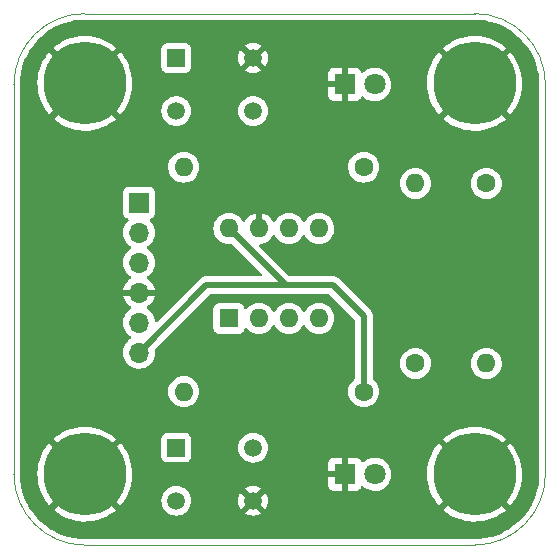
<source format=gbr>
%TF.GenerationSoftware,KiCad,Pcbnew,(6.0.6)*%
%TF.CreationDate,2023-02-06T16:26:42-08:00*%
%TF.ProjectId,PIC10F200 PCB,50494331-3046-4323-9030-205043422e6b,rev?*%
%TF.SameCoordinates,Original*%
%TF.FileFunction,Copper,L2,Bot*%
%TF.FilePolarity,Positive*%
%FSLAX46Y46*%
G04 Gerber Fmt 4.6, Leading zero omitted, Abs format (unit mm)*
G04 Created by KiCad (PCBNEW (6.0.6)) date 2023-02-06 16:26:42*
%MOMM*%
%LPD*%
G01*
G04 APERTURE LIST*
%TA.AperFunction,Profile*%
%ADD10C,0.100000*%
%TD*%
%TA.AperFunction,ComponentPad*%
%ADD11R,1.498000X1.498000*%
%TD*%
%TA.AperFunction,ComponentPad*%
%ADD12C,1.498000*%
%TD*%
%TA.AperFunction,ComponentPad*%
%ADD13C,0.800000*%
%TD*%
%TA.AperFunction,ComponentPad*%
%ADD14C,7.000000*%
%TD*%
%TA.AperFunction,ComponentPad*%
%ADD15R,1.600000X1.600000*%
%TD*%
%TA.AperFunction,ComponentPad*%
%ADD16O,1.600000X1.600000*%
%TD*%
%TA.AperFunction,ComponentPad*%
%ADD17C,1.600000*%
%TD*%
%TA.AperFunction,ComponentPad*%
%ADD18R,1.800000X1.800000*%
%TD*%
%TA.AperFunction,ComponentPad*%
%ADD19C,1.800000*%
%TD*%
%TA.AperFunction,ComponentPad*%
%ADD20R,1.700000X1.700000*%
%TD*%
%TA.AperFunction,ComponentPad*%
%ADD21O,1.700000X1.700000*%
%TD*%
%TA.AperFunction,Conductor*%
%ADD22C,0.500000*%
%TD*%
G04 APERTURE END LIST*
D10*
X111000000Y-111000000D02*
G75*
G03*
X117000000Y-117000000I6000000J0D01*
G01*
X156000000Y-78000000D02*
G75*
G03*
X150000000Y-72000000I-6000000J0D01*
G01*
X150000000Y-117000000D02*
X117000000Y-117000000D01*
X150000000Y-117000000D02*
G75*
G03*
X156000000Y-111000000I0J6000000D01*
G01*
X117000000Y-72000000D02*
G75*
G03*
X111000000Y-78000000I0J-6000000D01*
G01*
X117000000Y-72000000D02*
X150000000Y-72000000D01*
X111000000Y-111000000D02*
X111000000Y-78000000D01*
X156000000Y-78000000D02*
X156000000Y-111000000D01*
D11*
%TO.P,SW1,1,A*%
%TO.N,Net-(R3-Pad2)*%
X124750000Y-75750000D03*
D12*
%TO.P,SW1,2,B*%
%TO.N,VSS*%
X131250000Y-75750000D03*
%TO.P,SW1,3*%
%TO.N,N/C*%
X124750000Y-80250000D03*
%TO.P,SW1,4*%
X131250000Y-80250000D03*
%TD*%
D13*
%TO.P,H3,1,1*%
%TO.N,VSS*%
X118856155Y-112856155D03*
D14*
X117000000Y-111000000D03*
D13*
X118856155Y-109143845D03*
X114375000Y-111000000D03*
X115143845Y-112856155D03*
X119625000Y-111000000D03*
X115143845Y-109143845D03*
X117000000Y-108375000D03*
X117000000Y-113625000D03*
%TD*%
D11*
%TO.P,SW2,1*%
%TO.N,N/C*%
X124750000Y-108750000D03*
D12*
%TO.P,SW2,2*%
X131250000Y-108750000D03*
%TO.P,SW2,3,A*%
%TO.N,Net-(R4-Pad2)*%
X124750000Y-113250000D03*
%TO.P,SW2,4,B*%
%TO.N,VSS*%
X131250000Y-113250000D03*
%TD*%
D15*
%TO.P,U1,1*%
%TO.N,N/C*%
X129200000Y-97800000D03*
D16*
%TO.P,U1,2,VDD*%
%TO.N,VDD*%
X131740000Y-97800000D03*
%TO.P,U1,3,GP2*%
%TO.N,GP2*%
X134280000Y-97800000D03*
%TO.P,U1,4,GP1*%
%TO.N,GP1*%
X136820000Y-97800000D03*
%TO.P,U1,5,GP0*%
%TO.N,GP0*%
X136820000Y-90180000D03*
%TO.P,U1,6*%
%TO.N,N/C*%
X134280000Y-90180000D03*
%TO.P,U1,7,VSS*%
%TO.N,VSS*%
X131740000Y-90180000D03*
%TO.P,U1,8,GP3*%
%TO.N,GP3*%
X129200000Y-90180000D03*
%TD*%
D17*
%TO.P,R1,1*%
%TO.N,GP1*%
X145000000Y-101620000D03*
D16*
%TO.P,R1,2*%
%TO.N,Net-(D1-Pad2)*%
X145000000Y-86380000D03*
%TD*%
D17*
%TO.P,R4,1*%
%TO.N,GP3*%
X140620000Y-104000000D03*
D16*
%TO.P,R4,2*%
%TO.N,Net-(R4-Pad2)*%
X125380000Y-104000000D03*
%TD*%
D13*
%TO.P,H1,1,1*%
%TO.N,VSS*%
X117000000Y-80525000D03*
D14*
X117000000Y-77900000D03*
D13*
X114375000Y-77900000D03*
X118856155Y-76043845D03*
X119625000Y-77900000D03*
X115143845Y-76043845D03*
X118856155Y-79756155D03*
X115143845Y-79756155D03*
X117000000Y-75275000D03*
%TD*%
D17*
%TO.P,R3,1*%
%TO.N,GP0*%
X140620000Y-85000000D03*
D16*
%TO.P,R3,2*%
%TO.N,Net-(R3-Pad2)*%
X125380000Y-85000000D03*
%TD*%
D18*
%TO.P,D1,1,K*%
%TO.N,VSS*%
X139000000Y-78000000D03*
D19*
%TO.P,D1,2,A*%
%TO.N,Net-(D1-Pad2)*%
X141540000Y-78000000D03*
%TD*%
D20*
%TO.P,J1,1,Pin_1*%
%TO.N,unconnected-(J1-Pad1)*%
X121600000Y-88000000D03*
D21*
%TO.P,J1,2,Pin_2*%
%TO.N,GP1*%
X121600000Y-90540000D03*
%TO.P,J1,3,Pin_3*%
%TO.N,GP0*%
X121600000Y-93080000D03*
%TO.P,J1,4,Pin_4*%
%TO.N,VSS*%
X121600000Y-95620000D03*
%TO.P,J1,5,Pin_5*%
%TO.N,VDD*%
X121600000Y-98160000D03*
%TO.P,J1,6,Pin_6*%
%TO.N,GP3*%
X121600000Y-100700000D03*
%TD*%
D13*
%TO.P,H4,1,1*%
%TO.N,VSS*%
X148143845Y-109143845D03*
X152625000Y-111000000D03*
X150000000Y-113625000D03*
X151856155Y-109143845D03*
X148143845Y-112856155D03*
X147375000Y-111000000D03*
X151856155Y-112856155D03*
D14*
X150000000Y-111000000D03*
D13*
X150000000Y-108375000D03*
%TD*%
%TO.P,H2,1,1*%
%TO.N,VSS*%
X151856155Y-79756155D03*
X150000000Y-80525000D03*
X147375000Y-77900000D03*
X148143845Y-79756155D03*
X152625000Y-77900000D03*
X148143845Y-76043845D03*
D14*
X150000000Y-77900000D03*
D13*
X150000000Y-75275000D03*
X151856155Y-76043845D03*
%TD*%
D18*
%TO.P,D2,1,K*%
%TO.N,VSS*%
X139000000Y-111000000D03*
D19*
%TO.P,D2,2,A*%
%TO.N,Net-(D2-Pad2)*%
X141540000Y-111000000D03*
%TD*%
D17*
%TO.P,R2,1*%
%TO.N,GP2*%
X151000000Y-86380000D03*
D16*
%TO.P,R2,2*%
%TO.N,Net-(D2-Pad2)*%
X151000000Y-101620000D03*
%TD*%
D22*
%TO.N,GP3*%
X138000000Y-95000000D02*
X134000000Y-95000000D01*
X121600000Y-100700000D02*
X121600000Y-100400000D01*
X140620000Y-97620000D02*
X138000000Y-95000000D01*
X140620000Y-104000000D02*
X140620000Y-97620000D01*
X127300000Y-95000000D02*
X131000000Y-95000000D01*
X121600000Y-100700000D02*
X127300000Y-95000000D01*
X129200000Y-90180000D02*
X134000000Y-94980000D01*
X134000000Y-95000000D02*
X131000000Y-95000000D01*
X134000000Y-94980000D02*
X134000000Y-95000000D01*
%TD*%
%TA.AperFunction,Conductor*%
%TO.N,VSS*%
G36*
X149970018Y-72510000D02*
G01*
X149984851Y-72512310D01*
X149984855Y-72512310D01*
X149993724Y-72513691D01*
X150014664Y-72510953D01*
X150036202Y-72509997D01*
X150224026Y-72517766D01*
X150448278Y-72527041D01*
X150458656Y-72527901D01*
X150734674Y-72562307D01*
X150898702Y-72582753D01*
X150908967Y-72584465D01*
X151072054Y-72618661D01*
X151342976Y-72675467D01*
X151353072Y-72678023D01*
X151778101Y-72804561D01*
X151787938Y-72807938D01*
X152201081Y-72969147D01*
X152210581Y-72973314D01*
X152608983Y-73168081D01*
X152618141Y-73173037D01*
X152999085Y-73400030D01*
X153007804Y-73405726D01*
X153368705Y-73663405D01*
X153376923Y-73669801D01*
X153715326Y-73956413D01*
X153722987Y-73963467D01*
X154036533Y-74277013D01*
X154043587Y-74284674D01*
X154330199Y-74623077D01*
X154336595Y-74631295D01*
X154594274Y-74992196D01*
X154599970Y-75000915D01*
X154751692Y-75255537D01*
X154826963Y-75381859D01*
X154831918Y-75391015D01*
X155012099Y-75759580D01*
X155026682Y-75789411D01*
X155030853Y-75798919D01*
X155192062Y-76212062D01*
X155195439Y-76221899D01*
X155321977Y-76646928D01*
X155324533Y-76657024D01*
X155392756Y-76982394D01*
X155415534Y-77091030D01*
X155417247Y-77101298D01*
X155422322Y-77142009D01*
X155472099Y-77541344D01*
X155472959Y-77551722D01*
X155487487Y-77902965D01*
X155489694Y-77956335D01*
X155488302Y-77980920D01*
X155486309Y-77993724D01*
X155487473Y-78002626D01*
X155487473Y-78002628D01*
X155490436Y-78025283D01*
X155491500Y-78041621D01*
X155491500Y-110950633D01*
X155490000Y-110970018D01*
X155487690Y-110984851D01*
X155487690Y-110984855D01*
X155486309Y-110993724D01*
X155489047Y-111014659D01*
X155490003Y-111036202D01*
X155486947Y-111110085D01*
X155472959Y-111448278D01*
X155472099Y-111458656D01*
X155417248Y-111898698D01*
X155415535Y-111908967D01*
X155362815Y-112160401D01*
X155324533Y-112342976D01*
X155321977Y-112353072D01*
X155195439Y-112778101D01*
X155192062Y-112787938D01*
X155030853Y-113201081D01*
X155026686Y-113210581D01*
X154944113Y-113379486D01*
X154831919Y-113608983D01*
X154826964Y-113618139D01*
X154789070Y-113681733D01*
X154599970Y-113999085D01*
X154594274Y-114007804D01*
X154336595Y-114368705D01*
X154330199Y-114376923D01*
X154043587Y-114715326D01*
X154036533Y-114722987D01*
X153722987Y-115036533D01*
X153715326Y-115043587D01*
X153376923Y-115330199D01*
X153368705Y-115336595D01*
X153007804Y-115594274D01*
X152999085Y-115599970D01*
X152618141Y-115826963D01*
X152608985Y-115831918D01*
X152210581Y-116026686D01*
X152201081Y-116030853D01*
X151787938Y-116192062D01*
X151778101Y-116195439D01*
X151353072Y-116321977D01*
X151342975Y-116324533D01*
X150908967Y-116415535D01*
X150898702Y-116417247D01*
X150734674Y-116437693D01*
X150458656Y-116472099D01*
X150448278Y-116472959D01*
X150270676Y-116480305D01*
X150043661Y-116489694D01*
X150019080Y-116488302D01*
X150006276Y-116486309D01*
X149997374Y-116487473D01*
X149997372Y-116487473D01*
X149982323Y-116489441D01*
X149974714Y-116490436D01*
X149958379Y-116491500D01*
X117049367Y-116491500D01*
X117029982Y-116490000D01*
X117015149Y-116487690D01*
X117015145Y-116487690D01*
X117006276Y-116486309D01*
X116985336Y-116489047D01*
X116963798Y-116490003D01*
X116775974Y-116482234D01*
X116551722Y-116472959D01*
X116541344Y-116472099D01*
X116265326Y-116437693D01*
X116101298Y-116417247D01*
X116091033Y-116415535D01*
X115657025Y-116324533D01*
X115646928Y-116321977D01*
X115221899Y-116195439D01*
X115212062Y-116192062D01*
X114798919Y-116030853D01*
X114789419Y-116026686D01*
X114391015Y-115831918D01*
X114381859Y-115826963D01*
X114000915Y-115599970D01*
X113992196Y-115594274D01*
X113631295Y-115336595D01*
X113623077Y-115330199D01*
X113284674Y-115043587D01*
X113277013Y-115036533D01*
X112963467Y-114722987D01*
X112956413Y-114715326D01*
X112669801Y-114376923D01*
X112663405Y-114368705D01*
X112407727Y-114010607D01*
X114354933Y-114010607D01*
X114354988Y-114011386D01*
X114360342Y-114019436D01*
X114396960Y-114053821D01*
X114401638Y-114057803D01*
X114707386Y-114293260D01*
X114712429Y-114296765D01*
X115039694Y-114501262D01*
X115045051Y-114504256D01*
X115390709Y-114675843D01*
X115396349Y-114678307D01*
X115757076Y-114815334D01*
X115762948Y-114817242D01*
X116135344Y-114918420D01*
X116141321Y-114919734D01*
X116521843Y-114984095D01*
X116527929Y-114984820D01*
X116912896Y-115011740D01*
X116919032Y-115011868D01*
X117304787Y-115001093D01*
X117310918Y-115000621D01*
X117693755Y-114952257D01*
X117699828Y-114951187D01*
X118076135Y-114865692D01*
X118082050Y-114864040D01*
X118448215Y-114742234D01*
X118453949Y-114740010D01*
X118806497Y-114583046D01*
X118811966Y-114580283D01*
X119147516Y-114389664D01*
X119152690Y-114386380D01*
X119468034Y-114163929D01*
X119472872Y-114160149D01*
X119635240Y-114019998D01*
X119643655Y-114006958D01*
X119637716Y-113996926D01*
X117012812Y-111372022D01*
X116998868Y-111364408D01*
X116997035Y-111364539D01*
X116990420Y-111368790D01*
X114362547Y-113996663D01*
X114354933Y-114010607D01*
X112407727Y-114010607D01*
X112405726Y-114007804D01*
X112400030Y-113999085D01*
X112210930Y-113681733D01*
X112173036Y-113618139D01*
X112168081Y-113608983D01*
X112055887Y-113379486D01*
X111973314Y-113210581D01*
X111969147Y-113201081D01*
X111807938Y-112787938D01*
X111804561Y-112778101D01*
X111678023Y-112353072D01*
X111675467Y-112342976D01*
X111637185Y-112160401D01*
X111584465Y-111908967D01*
X111582752Y-111898698D01*
X111527901Y-111458656D01*
X111527041Y-111448278D01*
X111510462Y-111047439D01*
X111512100Y-111021329D01*
X111512769Y-111017351D01*
X111512770Y-111017345D01*
X111513576Y-111012552D01*
X111513729Y-111000000D01*
X111509773Y-110972376D01*
X111508500Y-110954514D01*
X111508500Y-110947061D01*
X112987665Y-110947061D01*
X113001132Y-111332706D01*
X113001647Y-111338838D01*
X113052685Y-111721347D01*
X113053792Y-111727383D01*
X113141913Y-112103090D01*
X113143608Y-112109000D01*
X113267968Y-112474306D01*
X113270235Y-112480031D01*
X113429643Y-112831444D01*
X113432465Y-112836934D01*
X113625407Y-113171119D01*
X113628737Y-113176287D01*
X113853375Y-113490059D01*
X113857197Y-113494881D01*
X113980033Y-113635195D01*
X113993247Y-113643593D01*
X114003043Y-113637747D01*
X116627978Y-111012812D01*
X116634356Y-111001132D01*
X117364408Y-111001132D01*
X117364539Y-111002965D01*
X117368790Y-111009580D01*
X119997364Y-113638154D01*
X120011308Y-113645768D01*
X120012323Y-113645696D01*
X120020054Y-113640593D01*
X120035567Y-113624302D01*
X120039595Y-113619637D01*
X120277168Y-113315558D01*
X120280722Y-113310518D01*
X120319128Y-113250000D01*
X123487697Y-113250000D01*
X123506874Y-113469197D01*
X123508298Y-113474510D01*
X123552800Y-113640593D01*
X123563823Y-113681733D01*
X123656814Y-113881151D01*
X123783020Y-114061393D01*
X123938607Y-114216980D01*
X123943115Y-114220137D01*
X123943118Y-114220139D01*
X124073537Y-114311459D01*
X124118848Y-114343186D01*
X124123830Y-114345509D01*
X124123835Y-114345512D01*
X124312275Y-114433383D01*
X124318267Y-114436177D01*
X124323575Y-114437599D01*
X124323577Y-114437600D01*
X124389683Y-114455313D01*
X124530803Y-114493126D01*
X124750000Y-114512303D01*
X124969197Y-114493126D01*
X125110317Y-114455313D01*
X125176423Y-114437600D01*
X125176425Y-114437599D01*
X125181733Y-114436177D01*
X125187725Y-114433383D01*
X125376165Y-114345512D01*
X125376170Y-114345509D01*
X125381152Y-114343186D01*
X125426463Y-114311459D01*
X125443622Y-114299444D01*
X130565110Y-114299444D01*
X130574406Y-114311459D01*
X130614594Y-114339599D01*
X130624084Y-114345077D01*
X130813456Y-114433383D01*
X130823748Y-114437129D01*
X131025575Y-114491208D01*
X131036370Y-114493111D01*
X131244525Y-114511323D01*
X131255475Y-114511323D01*
X131463630Y-114493111D01*
X131474425Y-114491208D01*
X131676252Y-114437129D01*
X131686544Y-114433383D01*
X131875916Y-114345077D01*
X131885406Y-114339599D01*
X131926432Y-114310872D01*
X131934806Y-114300396D01*
X131927740Y-114286951D01*
X131651396Y-114010607D01*
X147354933Y-114010607D01*
X147354988Y-114011386D01*
X147360342Y-114019436D01*
X147396960Y-114053821D01*
X147401638Y-114057803D01*
X147707386Y-114293260D01*
X147712429Y-114296765D01*
X148039694Y-114501262D01*
X148045051Y-114504256D01*
X148390709Y-114675843D01*
X148396349Y-114678307D01*
X148757076Y-114815334D01*
X148762948Y-114817242D01*
X149135344Y-114918420D01*
X149141321Y-114919734D01*
X149521843Y-114984095D01*
X149527929Y-114984820D01*
X149912896Y-115011740D01*
X149919032Y-115011868D01*
X150304787Y-115001093D01*
X150310918Y-115000621D01*
X150693755Y-114952257D01*
X150699828Y-114951187D01*
X151076135Y-114865692D01*
X151082050Y-114864040D01*
X151448215Y-114742234D01*
X151453949Y-114740010D01*
X151806497Y-114583046D01*
X151811966Y-114580283D01*
X152147516Y-114389664D01*
X152152690Y-114386380D01*
X152468034Y-114163929D01*
X152472872Y-114160149D01*
X152635240Y-114019998D01*
X152643655Y-114006958D01*
X152637716Y-113996926D01*
X150012812Y-111372022D01*
X149998868Y-111364408D01*
X149997035Y-111364539D01*
X149990420Y-111368790D01*
X147362547Y-113996663D01*
X147354933Y-114010607D01*
X131651396Y-114010607D01*
X131262811Y-113622021D01*
X131248868Y-113614408D01*
X131247034Y-113614539D01*
X131240420Y-113618790D01*
X130571537Y-114287674D01*
X130565110Y-114299444D01*
X125443622Y-114299444D01*
X125556882Y-114220139D01*
X125556885Y-114220137D01*
X125561393Y-114216980D01*
X125716980Y-114061393D01*
X125843186Y-113881151D01*
X125936177Y-113681733D01*
X125947201Y-113640593D01*
X125991702Y-113474510D01*
X125993126Y-113469197D01*
X126011824Y-113255475D01*
X129988677Y-113255475D01*
X130006889Y-113463630D01*
X130008792Y-113474425D01*
X130062871Y-113676252D01*
X130066617Y-113686544D01*
X130154923Y-113875916D01*
X130160401Y-113885406D01*
X130189128Y-113926432D01*
X130199604Y-113934806D01*
X130213049Y-113927740D01*
X130877979Y-113262811D01*
X130884356Y-113251132D01*
X131614408Y-113251132D01*
X131614539Y-113252966D01*
X131618790Y-113259580D01*
X132287674Y-113928463D01*
X132299444Y-113934890D01*
X132311459Y-113925594D01*
X132339599Y-113885406D01*
X132345077Y-113875916D01*
X132433383Y-113686544D01*
X132437129Y-113676252D01*
X132491208Y-113474425D01*
X132493111Y-113463630D01*
X132511323Y-113255475D01*
X132511323Y-113244525D01*
X132493111Y-113036370D01*
X132491208Y-113025575D01*
X132437129Y-112823748D01*
X132433383Y-112813456D01*
X132345077Y-112624084D01*
X132339599Y-112614594D01*
X132310872Y-112573568D01*
X132300396Y-112565194D01*
X132286951Y-112572260D01*
X131622021Y-113237189D01*
X131614408Y-113251132D01*
X130884356Y-113251132D01*
X130885592Y-113248868D01*
X130885461Y-113247034D01*
X130881210Y-113240420D01*
X130212326Y-112571537D01*
X130200556Y-112565110D01*
X130188541Y-112574406D01*
X130160401Y-112614594D01*
X130154923Y-112624084D01*
X130066617Y-112813456D01*
X130062871Y-112823748D01*
X130008792Y-113025575D01*
X130006889Y-113036370D01*
X129988677Y-113244525D01*
X129988677Y-113255475D01*
X126011824Y-113255475D01*
X126012303Y-113250000D01*
X125993126Y-113030803D01*
X125936177Y-112818267D01*
X125917447Y-112778101D01*
X125845509Y-112623830D01*
X125845507Y-112623827D01*
X125843186Y-112618849D01*
X125716980Y-112438607D01*
X125561393Y-112283020D01*
X125556885Y-112279863D01*
X125556882Y-112279861D01*
X125442263Y-112199604D01*
X130565194Y-112199604D01*
X130572260Y-112213049D01*
X131237189Y-112877979D01*
X131251132Y-112885592D01*
X131252966Y-112885461D01*
X131259580Y-112881210D01*
X131928463Y-112212326D01*
X131934890Y-112200556D01*
X131925594Y-112188541D01*
X131885406Y-112160401D01*
X131875916Y-112154923D01*
X131686544Y-112066617D01*
X131676252Y-112062871D01*
X131474425Y-112008792D01*
X131463630Y-112006889D01*
X131255475Y-111988677D01*
X131244525Y-111988677D01*
X131036370Y-112006889D01*
X131025575Y-112008792D01*
X130823748Y-112062871D01*
X130813456Y-112066617D01*
X130624084Y-112154923D01*
X130614594Y-112160401D01*
X130573568Y-112189128D01*
X130565194Y-112199604D01*
X125442263Y-112199604D01*
X125385661Y-112159971D01*
X125385658Y-112159969D01*
X125381152Y-112156814D01*
X125376170Y-112154491D01*
X125376165Y-112154488D01*
X125186715Y-112066146D01*
X125186713Y-112066145D01*
X125181733Y-112063823D01*
X125176425Y-112062401D01*
X125176423Y-112062400D01*
X125048510Y-112028126D01*
X124969197Y-112006874D01*
X124750000Y-111987697D01*
X124530803Y-112006874D01*
X124451490Y-112028126D01*
X124323577Y-112062400D01*
X124323575Y-112062401D01*
X124318267Y-112063823D01*
X124313287Y-112066145D01*
X124313285Y-112066146D01*
X124123830Y-112154491D01*
X124123827Y-112154493D01*
X124118849Y-112156814D01*
X123938607Y-112283020D01*
X123783020Y-112438607D01*
X123656814Y-112618849D01*
X123654493Y-112623827D01*
X123654491Y-112623830D01*
X123582553Y-112778101D01*
X123563823Y-112818267D01*
X123506874Y-113030803D01*
X123487697Y-113250000D01*
X120319128Y-113250000D01*
X120487486Y-112984712D01*
X120490529Y-112979356D01*
X120664520Y-112634910D01*
X120667016Y-112629306D01*
X120806568Y-112269518D01*
X120808509Y-112263684D01*
X120897579Y-111944669D01*
X137592001Y-111944669D01*
X137592371Y-111951490D01*
X137597895Y-112002352D01*
X137601521Y-112017604D01*
X137646676Y-112138054D01*
X137655214Y-112153649D01*
X137731715Y-112255724D01*
X137744276Y-112268285D01*
X137846351Y-112344786D01*
X137861946Y-112353324D01*
X137982394Y-112398478D01*
X137997649Y-112402105D01*
X138048514Y-112407631D01*
X138055328Y-112408000D01*
X138727885Y-112408000D01*
X138743124Y-112403525D01*
X138744329Y-112402135D01*
X138746000Y-112394452D01*
X138746000Y-112389884D01*
X139254000Y-112389884D01*
X139258475Y-112405123D01*
X139259865Y-112406328D01*
X139267548Y-112407999D01*
X139944669Y-112407999D01*
X139951490Y-112407629D01*
X140002352Y-112402105D01*
X140017604Y-112398479D01*
X140138054Y-112353324D01*
X140153649Y-112344786D01*
X140255724Y-112268285D01*
X140268285Y-112255724D01*
X140344786Y-112153649D01*
X140353324Y-112138054D01*
X140374773Y-112080840D01*
X140417415Y-112024075D01*
X140483977Y-111999376D01*
X140553325Y-112014584D01*
X140573240Y-112028126D01*
X140729349Y-112157730D01*
X140929322Y-112274584D01*
X140934147Y-112276426D01*
X140934148Y-112276427D01*
X140961613Y-112286915D01*
X141145694Y-112357209D01*
X141150760Y-112358240D01*
X141150761Y-112358240D01*
X141203846Y-112369040D01*
X141372656Y-112403385D01*
X141503324Y-112408176D01*
X141598949Y-112411683D01*
X141598953Y-112411683D01*
X141604113Y-112411872D01*
X141609233Y-112411216D01*
X141609235Y-112411216D01*
X141708668Y-112398478D01*
X141833847Y-112382442D01*
X141838795Y-112380957D01*
X141838802Y-112380956D01*
X142050747Y-112317369D01*
X142055690Y-112315886D01*
X142060324Y-112313616D01*
X142259049Y-112216262D01*
X142259052Y-112216260D01*
X142263684Y-112213991D01*
X142452243Y-112079494D01*
X142616303Y-111916005D01*
X142751458Y-111727917D01*
X142854078Y-111520280D01*
X142921408Y-111298671D01*
X142951640Y-111069041D01*
X142952168Y-111047439D01*
X142953245Y-111003365D01*
X142953245Y-111003361D01*
X142953327Y-111000000D01*
X142948975Y-110947061D01*
X145987665Y-110947061D01*
X146001132Y-111332706D01*
X146001647Y-111338838D01*
X146052685Y-111721347D01*
X146053792Y-111727383D01*
X146141913Y-112103090D01*
X146143608Y-112109000D01*
X146267968Y-112474306D01*
X146270235Y-112480031D01*
X146429643Y-112831444D01*
X146432465Y-112836934D01*
X146625407Y-113171119D01*
X146628737Y-113176287D01*
X146853375Y-113490059D01*
X146857197Y-113494881D01*
X146980033Y-113635195D01*
X146993247Y-113643593D01*
X147003043Y-113637747D01*
X149627978Y-111012812D01*
X149634356Y-111001132D01*
X150364408Y-111001132D01*
X150364539Y-111002965D01*
X150368790Y-111009580D01*
X152997364Y-113638154D01*
X153011308Y-113645768D01*
X153012323Y-113645696D01*
X153020054Y-113640593D01*
X153035567Y-113624302D01*
X153039595Y-113619637D01*
X153277168Y-113315558D01*
X153280722Y-113310518D01*
X153487486Y-112984712D01*
X153490529Y-112979356D01*
X153664520Y-112634910D01*
X153667016Y-112629306D01*
X153806568Y-112269518D01*
X153808509Y-112263684D01*
X153912288Y-111891988D01*
X153913644Y-111886017D01*
X153980660Y-111505959D01*
X153981427Y-111499886D01*
X154011119Y-111114000D01*
X154011296Y-111110085D01*
X154012806Y-111001974D01*
X154012738Y-110998030D01*
X153993832Y-110611489D01*
X153993231Y-110605365D01*
X153936862Y-110223631D01*
X153935662Y-110217569D01*
X153842312Y-109843165D01*
X153840527Y-109837250D01*
X153711082Y-109473727D01*
X153708739Y-109468043D01*
X153544434Y-109118877D01*
X153541545Y-109113443D01*
X153343955Y-108781983D01*
X153340547Y-108776853D01*
X153111547Y-108466244D01*
X153107667Y-108461487D01*
X153020318Y-108364475D01*
X153006797Y-108356145D01*
X153006720Y-108356146D01*
X152997434Y-108361776D01*
X150372022Y-110987188D01*
X150364408Y-111001132D01*
X149634356Y-111001132D01*
X149635592Y-110998868D01*
X149635461Y-110997035D01*
X149631210Y-110990420D01*
X147003902Y-108363112D01*
X146989958Y-108355498D01*
X146989412Y-108355537D01*
X146981055Y-108361136D01*
X146928077Y-108418347D01*
X146924132Y-108423049D01*
X146690821Y-108730426D01*
X146687343Y-108735504D01*
X146485141Y-109064179D01*
X146482176Y-109069572D01*
X146313014Y-109416406D01*
X146310588Y-109422064D01*
X146176076Y-109783758D01*
X146174218Y-109789615D01*
X146075640Y-110162718D01*
X146074365Y-110168718D01*
X146012667Y-110549648D01*
X146011980Y-110555776D01*
X145987751Y-110940886D01*
X145987665Y-110947061D01*
X142948975Y-110947061D01*
X142947032Y-110923434D01*
X142934773Y-110774318D01*
X142934772Y-110774312D01*
X142934349Y-110769167D01*
X142900797Y-110635592D01*
X142879184Y-110549544D01*
X142879183Y-110549540D01*
X142877925Y-110544533D01*
X142785570Y-110332131D01*
X142659764Y-110137665D01*
X142503887Y-109966358D01*
X142499836Y-109963159D01*
X142499832Y-109963155D01*
X142326177Y-109826011D01*
X142326172Y-109826008D01*
X142322123Y-109822810D01*
X142317607Y-109820317D01*
X142317604Y-109820315D01*
X142123879Y-109713373D01*
X142123875Y-109713371D01*
X142119355Y-109710876D01*
X142114486Y-109709152D01*
X142114482Y-109709150D01*
X141905903Y-109635288D01*
X141905899Y-109635287D01*
X141901028Y-109633562D01*
X141895935Y-109632655D01*
X141895932Y-109632654D01*
X141678095Y-109593851D01*
X141678089Y-109593850D01*
X141673006Y-109592945D01*
X141595644Y-109592000D01*
X141446581Y-109590179D01*
X141446579Y-109590179D01*
X141441411Y-109590116D01*
X141212464Y-109625150D01*
X140992314Y-109697106D01*
X140987726Y-109699494D01*
X140987722Y-109699496D01*
X140814605Y-109789615D01*
X140786872Y-109804052D01*
X140782739Y-109807155D01*
X140782736Y-109807157D01*
X140605790Y-109940012D01*
X140601655Y-109943117D01*
X140595446Y-109949615D01*
X140583787Y-109961815D01*
X140522263Y-109997245D01*
X140451351Y-109993788D01*
X140393564Y-109952543D01*
X140374711Y-109918994D01*
X140353324Y-109861946D01*
X140344786Y-109846351D01*
X140268285Y-109744276D01*
X140255724Y-109731715D01*
X140153649Y-109655214D01*
X140138054Y-109646676D01*
X140017606Y-109601522D01*
X140002351Y-109597895D01*
X139951486Y-109592369D01*
X139944672Y-109592000D01*
X139272115Y-109592000D01*
X139256876Y-109596475D01*
X139255671Y-109597865D01*
X139254000Y-109605548D01*
X139254000Y-112389884D01*
X138746000Y-112389884D01*
X138746000Y-111272115D01*
X138741525Y-111256876D01*
X138740135Y-111255671D01*
X138732452Y-111254000D01*
X137610116Y-111254000D01*
X137594877Y-111258475D01*
X137593672Y-111259865D01*
X137592001Y-111267548D01*
X137592001Y-111944669D01*
X120897579Y-111944669D01*
X120912288Y-111891988D01*
X120913644Y-111886017D01*
X120980660Y-111505959D01*
X120981427Y-111499886D01*
X121011119Y-111114000D01*
X121011296Y-111110085D01*
X121012806Y-111001974D01*
X121012738Y-110998030D01*
X120999525Y-110727885D01*
X137592000Y-110727885D01*
X137596475Y-110743124D01*
X137597865Y-110744329D01*
X137605548Y-110746000D01*
X138727885Y-110746000D01*
X138743124Y-110741525D01*
X138744329Y-110740135D01*
X138746000Y-110732452D01*
X138746000Y-109610116D01*
X138741525Y-109594877D01*
X138740135Y-109593672D01*
X138732452Y-109592001D01*
X138055331Y-109592001D01*
X138048510Y-109592371D01*
X137997648Y-109597895D01*
X137982396Y-109601521D01*
X137861946Y-109646676D01*
X137846351Y-109655214D01*
X137744276Y-109731715D01*
X137731715Y-109744276D01*
X137655214Y-109846351D01*
X137646676Y-109861946D01*
X137601522Y-109982394D01*
X137597895Y-109997649D01*
X137592369Y-110048514D01*
X137592000Y-110055328D01*
X137592000Y-110727885D01*
X120999525Y-110727885D01*
X120993832Y-110611489D01*
X120993231Y-110605365D01*
X120936862Y-110223631D01*
X120935662Y-110217569D01*
X120842312Y-109843165D01*
X120840527Y-109837250D01*
X120737221Y-109547134D01*
X123492500Y-109547134D01*
X123499255Y-109609316D01*
X123550385Y-109745705D01*
X123637739Y-109862261D01*
X123754295Y-109949615D01*
X123890684Y-110000745D01*
X123952866Y-110007500D01*
X125547134Y-110007500D01*
X125609316Y-110000745D01*
X125745705Y-109949615D01*
X125862261Y-109862261D01*
X125949615Y-109745705D01*
X126000745Y-109609316D01*
X126007500Y-109547134D01*
X126007500Y-108750000D01*
X129987697Y-108750000D01*
X130006874Y-108969197D01*
X130063823Y-109181733D01*
X130156814Y-109381151D01*
X130283020Y-109561393D01*
X130438607Y-109716980D01*
X130443115Y-109720137D01*
X130443118Y-109720139D01*
X130614339Y-109840029D01*
X130618848Y-109843186D01*
X130623830Y-109845509D01*
X130623835Y-109845512D01*
X130781418Y-109918994D01*
X130818267Y-109936177D01*
X130823575Y-109937599D01*
X130823577Y-109937600D01*
X130889683Y-109955313D01*
X131030803Y-109993126D01*
X131250000Y-110012303D01*
X131469197Y-109993126D01*
X131610317Y-109955313D01*
X131676423Y-109937600D01*
X131676425Y-109937599D01*
X131681733Y-109936177D01*
X131718582Y-109918994D01*
X131876165Y-109845512D01*
X131876170Y-109845509D01*
X131881152Y-109843186D01*
X131885661Y-109840029D01*
X132056882Y-109720139D01*
X132056885Y-109720137D01*
X132061393Y-109716980D01*
X132216980Y-109561393D01*
X132343186Y-109381151D01*
X132436177Y-109181733D01*
X132493126Y-108969197D01*
X132512303Y-108750000D01*
X132493126Y-108530803D01*
X132446327Y-108356146D01*
X132437600Y-108323577D01*
X132437599Y-108323575D01*
X132436177Y-108318267D01*
X132343186Y-108118849D01*
X132255286Y-107993314D01*
X147356334Y-107993314D01*
X147362084Y-108002874D01*
X149987188Y-110627978D01*
X150001132Y-110635592D01*
X150002965Y-110635461D01*
X150009580Y-110631210D01*
X152636463Y-108004327D01*
X152644077Y-107990383D01*
X152644055Y-107990072D01*
X152638204Y-107981406D01*
X152560143Y-107910127D01*
X152555416Y-107906217D01*
X152246419Y-107675059D01*
X152241313Y-107671614D01*
X151911235Y-107471711D01*
X151905822Y-107468784D01*
X151557808Y-107302044D01*
X151552141Y-107299662D01*
X151189526Y-107167682D01*
X151183638Y-107165860D01*
X150809876Y-107069893D01*
X150803854Y-107068657D01*
X150422485Y-107009618D01*
X150416397Y-107008978D01*
X150031085Y-106987436D01*
X150024933Y-106987393D01*
X149639387Y-107003552D01*
X149633261Y-107004109D01*
X149251123Y-107057815D01*
X149245070Y-107058970D01*
X148870000Y-107149709D01*
X148864103Y-107151445D01*
X148499681Y-107278350D01*
X148493968Y-107280658D01*
X148143667Y-107442519D01*
X148138213Y-107445371D01*
X147805376Y-107640646D01*
X147800228Y-107644015D01*
X147488025Y-107870843D01*
X147483247Y-107874684D01*
X147364711Y-107979926D01*
X147356334Y-107993314D01*
X132255286Y-107993314D01*
X132216980Y-107938607D01*
X132061393Y-107783020D01*
X132056885Y-107779863D01*
X132056882Y-107779861D01*
X131885661Y-107659971D01*
X131885658Y-107659969D01*
X131881152Y-107656814D01*
X131876170Y-107654491D01*
X131876165Y-107654488D01*
X131686715Y-107566146D01*
X131686713Y-107566145D01*
X131681733Y-107563823D01*
X131676425Y-107562401D01*
X131676423Y-107562400D01*
X131610317Y-107544687D01*
X131469197Y-107506874D01*
X131250000Y-107487697D01*
X131030803Y-107506874D01*
X130889683Y-107544687D01*
X130823577Y-107562400D01*
X130823575Y-107562401D01*
X130818267Y-107563823D01*
X130813287Y-107566145D01*
X130813285Y-107566146D01*
X130623830Y-107654491D01*
X130623827Y-107654493D01*
X130618849Y-107656814D01*
X130438607Y-107783020D01*
X130283020Y-107938607D01*
X130156814Y-108118849D01*
X130063823Y-108318267D01*
X130062401Y-108323575D01*
X130062400Y-108323577D01*
X130053673Y-108356146D01*
X130006874Y-108530803D01*
X129987697Y-108750000D01*
X126007500Y-108750000D01*
X126007500Y-107952866D01*
X126000745Y-107890684D01*
X125949615Y-107754295D01*
X125862261Y-107637739D01*
X125745705Y-107550385D01*
X125609316Y-107499255D01*
X125547134Y-107492500D01*
X123952866Y-107492500D01*
X123890684Y-107499255D01*
X123754295Y-107550385D01*
X123637739Y-107637739D01*
X123550385Y-107754295D01*
X123499255Y-107890684D01*
X123492500Y-107952866D01*
X123492500Y-109547134D01*
X120737221Y-109547134D01*
X120711082Y-109473727D01*
X120708739Y-109468043D01*
X120544434Y-109118877D01*
X120541545Y-109113443D01*
X120343955Y-108781983D01*
X120340547Y-108776853D01*
X120111547Y-108466244D01*
X120107667Y-108461487D01*
X120020318Y-108364475D01*
X120006797Y-108356145D01*
X120006720Y-108356146D01*
X119997434Y-108361776D01*
X117372022Y-110987188D01*
X117364408Y-111001132D01*
X116634356Y-111001132D01*
X116635592Y-110998868D01*
X116635461Y-110997035D01*
X116631210Y-110990420D01*
X114003902Y-108363112D01*
X113989958Y-108355498D01*
X113989412Y-108355537D01*
X113981055Y-108361136D01*
X113928077Y-108418347D01*
X113924132Y-108423049D01*
X113690821Y-108730426D01*
X113687343Y-108735504D01*
X113485141Y-109064179D01*
X113482176Y-109069572D01*
X113313014Y-109416406D01*
X113310588Y-109422064D01*
X113176076Y-109783758D01*
X113174218Y-109789615D01*
X113075640Y-110162718D01*
X113074365Y-110168718D01*
X113012667Y-110549648D01*
X113011980Y-110555776D01*
X112987751Y-110940886D01*
X112987665Y-110947061D01*
X111508500Y-110947061D01*
X111508500Y-107993314D01*
X114356334Y-107993314D01*
X114362084Y-108002874D01*
X116987188Y-110627978D01*
X117001132Y-110635592D01*
X117002965Y-110635461D01*
X117009580Y-110631210D01*
X119636463Y-108004327D01*
X119644077Y-107990383D01*
X119644055Y-107990072D01*
X119638204Y-107981406D01*
X119560143Y-107910127D01*
X119555416Y-107906217D01*
X119246419Y-107675059D01*
X119241313Y-107671614D01*
X118911235Y-107471711D01*
X118905822Y-107468784D01*
X118557808Y-107302044D01*
X118552141Y-107299662D01*
X118189526Y-107167682D01*
X118183638Y-107165860D01*
X117809876Y-107069893D01*
X117803854Y-107068657D01*
X117422485Y-107009618D01*
X117416397Y-107008978D01*
X117031085Y-106987436D01*
X117024933Y-106987393D01*
X116639387Y-107003552D01*
X116633261Y-107004109D01*
X116251123Y-107057815D01*
X116245070Y-107058970D01*
X115870000Y-107149709D01*
X115864103Y-107151445D01*
X115499681Y-107278350D01*
X115493968Y-107280658D01*
X115143667Y-107442519D01*
X115138213Y-107445371D01*
X114805376Y-107640646D01*
X114800228Y-107644015D01*
X114488025Y-107870843D01*
X114483247Y-107874684D01*
X114364711Y-107979926D01*
X114356334Y-107993314D01*
X111508500Y-107993314D01*
X111508500Y-104000000D01*
X124066502Y-104000000D01*
X124086457Y-104228087D01*
X124145716Y-104449243D01*
X124148039Y-104454224D01*
X124148039Y-104454225D01*
X124240151Y-104651762D01*
X124240154Y-104651767D01*
X124242477Y-104656749D01*
X124373802Y-104844300D01*
X124535700Y-105006198D01*
X124540208Y-105009355D01*
X124540211Y-105009357D01*
X124618389Y-105064098D01*
X124723251Y-105137523D01*
X124728233Y-105139846D01*
X124728238Y-105139849D01*
X124925775Y-105231961D01*
X124930757Y-105234284D01*
X124936065Y-105235706D01*
X124936067Y-105235707D01*
X125146598Y-105292119D01*
X125146600Y-105292119D01*
X125151913Y-105293543D01*
X125380000Y-105313498D01*
X125608087Y-105293543D01*
X125613400Y-105292119D01*
X125613402Y-105292119D01*
X125823933Y-105235707D01*
X125823935Y-105235706D01*
X125829243Y-105234284D01*
X125834225Y-105231961D01*
X126031762Y-105139849D01*
X126031767Y-105139846D01*
X126036749Y-105137523D01*
X126141611Y-105064098D01*
X126219789Y-105009357D01*
X126219792Y-105009355D01*
X126224300Y-105006198D01*
X126386198Y-104844300D01*
X126517523Y-104656749D01*
X126519846Y-104651767D01*
X126519849Y-104651762D01*
X126611961Y-104454225D01*
X126611961Y-104454224D01*
X126614284Y-104449243D01*
X126673543Y-104228087D01*
X126693498Y-104000000D01*
X126673543Y-103771913D01*
X126614284Y-103550757D01*
X126611961Y-103545775D01*
X126519849Y-103348238D01*
X126519846Y-103348233D01*
X126517523Y-103343251D01*
X126386198Y-103155700D01*
X126224300Y-102993802D01*
X126219792Y-102990645D01*
X126219789Y-102990643D01*
X126113030Y-102915890D01*
X126036749Y-102862477D01*
X126031767Y-102860154D01*
X126031762Y-102860151D01*
X125834225Y-102768039D01*
X125834224Y-102768039D01*
X125829243Y-102765716D01*
X125823935Y-102764294D01*
X125823933Y-102764293D01*
X125613402Y-102707881D01*
X125613400Y-102707881D01*
X125608087Y-102706457D01*
X125380000Y-102686502D01*
X125151913Y-102706457D01*
X125146600Y-102707881D01*
X125146598Y-102707881D01*
X124936067Y-102764293D01*
X124936065Y-102764294D01*
X124930757Y-102765716D01*
X124925776Y-102768039D01*
X124925775Y-102768039D01*
X124728238Y-102860151D01*
X124728233Y-102860154D01*
X124723251Y-102862477D01*
X124646970Y-102915890D01*
X124540211Y-102990643D01*
X124540208Y-102990645D01*
X124535700Y-102993802D01*
X124373802Y-103155700D01*
X124242477Y-103343251D01*
X124240154Y-103348233D01*
X124240151Y-103348238D01*
X124148039Y-103545775D01*
X124145716Y-103550757D01*
X124086457Y-103771913D01*
X124066502Y-104000000D01*
X111508500Y-104000000D01*
X111508500Y-100666695D01*
X120237251Y-100666695D01*
X120237548Y-100671848D01*
X120237548Y-100671851D01*
X120243011Y-100766590D01*
X120250110Y-100889715D01*
X120251247Y-100894761D01*
X120251248Y-100894767D01*
X120265666Y-100958743D01*
X120299222Y-101107639D01*
X120383266Y-101314616D01*
X120499987Y-101505088D01*
X120646250Y-101673938D01*
X120818126Y-101816632D01*
X121011000Y-101929338D01*
X121219692Y-102009030D01*
X121224760Y-102010061D01*
X121224763Y-102010062D01*
X121332017Y-102031883D01*
X121438597Y-102053567D01*
X121443772Y-102053757D01*
X121443774Y-102053757D01*
X121656673Y-102061564D01*
X121656677Y-102061564D01*
X121661837Y-102061753D01*
X121666957Y-102061097D01*
X121666959Y-102061097D01*
X121878288Y-102034025D01*
X121878289Y-102034025D01*
X121883416Y-102033368D01*
X121888366Y-102031883D01*
X122092429Y-101970661D01*
X122092434Y-101970659D01*
X122097384Y-101969174D01*
X122297994Y-101870896D01*
X122479860Y-101741173D01*
X122638096Y-101583489D01*
X122697594Y-101500689D01*
X122765435Y-101406277D01*
X122768453Y-101402077D01*
X122773477Y-101391913D01*
X122865136Y-101206453D01*
X122865137Y-101206451D01*
X122867430Y-101201811D01*
X122932370Y-100988069D01*
X122961529Y-100766590D01*
X122963156Y-100700000D01*
X122945870Y-100489747D01*
X122960223Y-100420219D01*
X122982351Y-100390330D01*
X124724547Y-98648134D01*
X127891500Y-98648134D01*
X127898255Y-98710316D01*
X127949385Y-98846705D01*
X128036739Y-98963261D01*
X128153295Y-99050615D01*
X128289684Y-99101745D01*
X128351866Y-99108500D01*
X130048134Y-99108500D01*
X130110316Y-99101745D01*
X130246705Y-99050615D01*
X130363261Y-98963261D01*
X130450615Y-98846705D01*
X130501745Y-98710316D01*
X130502917Y-98699526D01*
X130503803Y-98697394D01*
X130504425Y-98694778D01*
X130504848Y-98694879D01*
X130530155Y-98633965D01*
X130588517Y-98593537D01*
X130659471Y-98591078D01*
X130720490Y-98627371D01*
X130727489Y-98636031D01*
X130730643Y-98639789D01*
X130733802Y-98644300D01*
X130895700Y-98806198D01*
X130900208Y-98809355D01*
X130900211Y-98809357D01*
X130941542Y-98838297D01*
X131083251Y-98937523D01*
X131088233Y-98939846D01*
X131088238Y-98939849D01*
X131285775Y-99031961D01*
X131290757Y-99034284D01*
X131296065Y-99035706D01*
X131296067Y-99035707D01*
X131506598Y-99092119D01*
X131506600Y-99092119D01*
X131511913Y-99093543D01*
X131740000Y-99113498D01*
X131968087Y-99093543D01*
X131973400Y-99092119D01*
X131973402Y-99092119D01*
X132183933Y-99035707D01*
X132183935Y-99035706D01*
X132189243Y-99034284D01*
X132194225Y-99031961D01*
X132391762Y-98939849D01*
X132391767Y-98939846D01*
X132396749Y-98937523D01*
X132538458Y-98838297D01*
X132579789Y-98809357D01*
X132579792Y-98809355D01*
X132584300Y-98806198D01*
X132746198Y-98644300D01*
X132877523Y-98456749D01*
X132879846Y-98451767D01*
X132879849Y-98451762D01*
X132895805Y-98417543D01*
X132942722Y-98364258D01*
X133010999Y-98344797D01*
X133078959Y-98365339D01*
X133124195Y-98417543D01*
X133140151Y-98451762D01*
X133140154Y-98451767D01*
X133142477Y-98456749D01*
X133273802Y-98644300D01*
X133435700Y-98806198D01*
X133440208Y-98809355D01*
X133440211Y-98809357D01*
X133481542Y-98838297D01*
X133623251Y-98937523D01*
X133628233Y-98939846D01*
X133628238Y-98939849D01*
X133825775Y-99031961D01*
X133830757Y-99034284D01*
X133836065Y-99035706D01*
X133836067Y-99035707D01*
X134046598Y-99092119D01*
X134046600Y-99092119D01*
X134051913Y-99093543D01*
X134280000Y-99113498D01*
X134508087Y-99093543D01*
X134513400Y-99092119D01*
X134513402Y-99092119D01*
X134723933Y-99035707D01*
X134723935Y-99035706D01*
X134729243Y-99034284D01*
X134734225Y-99031961D01*
X134931762Y-98939849D01*
X134931767Y-98939846D01*
X134936749Y-98937523D01*
X135078458Y-98838297D01*
X135119789Y-98809357D01*
X135119792Y-98809355D01*
X135124300Y-98806198D01*
X135286198Y-98644300D01*
X135417523Y-98456749D01*
X135419846Y-98451767D01*
X135419849Y-98451762D01*
X135435805Y-98417543D01*
X135482722Y-98364258D01*
X135550999Y-98344797D01*
X135618959Y-98365339D01*
X135664195Y-98417543D01*
X135680151Y-98451762D01*
X135680154Y-98451767D01*
X135682477Y-98456749D01*
X135813802Y-98644300D01*
X135975700Y-98806198D01*
X135980208Y-98809355D01*
X135980211Y-98809357D01*
X136021542Y-98838297D01*
X136163251Y-98937523D01*
X136168233Y-98939846D01*
X136168238Y-98939849D01*
X136365775Y-99031961D01*
X136370757Y-99034284D01*
X136376065Y-99035706D01*
X136376067Y-99035707D01*
X136586598Y-99092119D01*
X136586600Y-99092119D01*
X136591913Y-99093543D01*
X136820000Y-99113498D01*
X137048087Y-99093543D01*
X137053400Y-99092119D01*
X137053402Y-99092119D01*
X137263933Y-99035707D01*
X137263935Y-99035706D01*
X137269243Y-99034284D01*
X137274225Y-99031961D01*
X137471762Y-98939849D01*
X137471767Y-98939846D01*
X137476749Y-98937523D01*
X137618458Y-98838297D01*
X137659789Y-98809357D01*
X137659792Y-98809355D01*
X137664300Y-98806198D01*
X137826198Y-98644300D01*
X137957523Y-98456749D01*
X137959846Y-98451767D01*
X137959849Y-98451762D01*
X138051961Y-98254225D01*
X138051961Y-98254224D01*
X138054284Y-98249243D01*
X138113543Y-98028087D01*
X138133498Y-97800000D01*
X138113543Y-97571913D01*
X138089558Y-97482401D01*
X138055707Y-97356067D01*
X138055706Y-97356065D01*
X138054284Y-97350757D01*
X138045825Y-97332617D01*
X137959849Y-97148238D01*
X137959846Y-97148233D01*
X137957523Y-97143251D01*
X137842332Y-96978742D01*
X137829357Y-96960211D01*
X137829355Y-96960208D01*
X137826198Y-96955700D01*
X137664300Y-96793802D01*
X137659792Y-96790645D01*
X137659789Y-96790643D01*
X137577346Y-96732916D01*
X137476749Y-96662477D01*
X137471767Y-96660154D01*
X137471762Y-96660151D01*
X137274225Y-96568039D01*
X137274224Y-96568039D01*
X137269243Y-96565716D01*
X137263935Y-96564294D01*
X137263933Y-96564293D01*
X137053402Y-96507881D01*
X137053400Y-96507881D01*
X137048087Y-96506457D01*
X136820000Y-96486502D01*
X136591913Y-96506457D01*
X136586600Y-96507881D01*
X136586598Y-96507881D01*
X136376067Y-96564293D01*
X136376065Y-96564294D01*
X136370757Y-96565716D01*
X136365776Y-96568039D01*
X136365775Y-96568039D01*
X136168238Y-96660151D01*
X136168233Y-96660154D01*
X136163251Y-96662477D01*
X136062654Y-96732916D01*
X135980211Y-96790643D01*
X135980208Y-96790645D01*
X135975700Y-96793802D01*
X135813802Y-96955700D01*
X135810645Y-96960208D01*
X135810643Y-96960211D01*
X135797668Y-96978742D01*
X135682477Y-97143251D01*
X135680154Y-97148233D01*
X135680151Y-97148238D01*
X135664195Y-97182457D01*
X135617278Y-97235742D01*
X135549001Y-97255203D01*
X135481041Y-97234661D01*
X135435805Y-97182457D01*
X135419849Y-97148238D01*
X135419846Y-97148233D01*
X135417523Y-97143251D01*
X135302332Y-96978742D01*
X135289357Y-96960211D01*
X135289355Y-96960208D01*
X135286198Y-96955700D01*
X135124300Y-96793802D01*
X135119792Y-96790645D01*
X135119789Y-96790643D01*
X135037346Y-96732916D01*
X134936749Y-96662477D01*
X134931767Y-96660154D01*
X134931762Y-96660151D01*
X134734225Y-96568039D01*
X134734224Y-96568039D01*
X134729243Y-96565716D01*
X134723935Y-96564294D01*
X134723933Y-96564293D01*
X134513402Y-96507881D01*
X134513400Y-96507881D01*
X134508087Y-96506457D01*
X134280000Y-96486502D01*
X134051913Y-96506457D01*
X134046600Y-96507881D01*
X134046598Y-96507881D01*
X133836067Y-96564293D01*
X133836065Y-96564294D01*
X133830757Y-96565716D01*
X133825776Y-96568039D01*
X133825775Y-96568039D01*
X133628238Y-96660151D01*
X133628233Y-96660154D01*
X133623251Y-96662477D01*
X133522654Y-96732916D01*
X133440211Y-96790643D01*
X133440208Y-96790645D01*
X133435700Y-96793802D01*
X133273802Y-96955700D01*
X133270645Y-96960208D01*
X133270643Y-96960211D01*
X133257668Y-96978742D01*
X133142477Y-97143251D01*
X133140154Y-97148233D01*
X133140151Y-97148238D01*
X133124195Y-97182457D01*
X133077278Y-97235742D01*
X133009001Y-97255203D01*
X132941041Y-97234661D01*
X132895805Y-97182457D01*
X132879849Y-97148238D01*
X132879846Y-97148233D01*
X132877523Y-97143251D01*
X132762332Y-96978742D01*
X132749357Y-96960211D01*
X132749355Y-96960208D01*
X132746198Y-96955700D01*
X132584300Y-96793802D01*
X132579792Y-96790645D01*
X132579789Y-96790643D01*
X132497346Y-96732916D01*
X132396749Y-96662477D01*
X132391767Y-96660154D01*
X132391762Y-96660151D01*
X132194225Y-96568039D01*
X132194224Y-96568039D01*
X132189243Y-96565716D01*
X132183935Y-96564294D01*
X132183933Y-96564293D01*
X131973402Y-96507881D01*
X131973400Y-96507881D01*
X131968087Y-96506457D01*
X131740000Y-96486502D01*
X131511913Y-96506457D01*
X131506600Y-96507881D01*
X131506598Y-96507881D01*
X131296067Y-96564293D01*
X131296065Y-96564294D01*
X131290757Y-96565716D01*
X131285776Y-96568039D01*
X131285775Y-96568039D01*
X131088238Y-96660151D01*
X131088233Y-96660154D01*
X131083251Y-96662477D01*
X130982654Y-96732916D01*
X130900211Y-96790643D01*
X130900208Y-96790645D01*
X130895700Y-96793802D01*
X130733802Y-96955700D01*
X130730643Y-96960211D01*
X130727108Y-96964424D01*
X130725974Y-96963473D01*
X130675929Y-97003471D01*
X130605310Y-97010776D01*
X130541951Y-96978742D01*
X130505970Y-96917538D01*
X130502918Y-96900483D01*
X130501745Y-96889684D01*
X130450615Y-96753295D01*
X130363261Y-96636739D01*
X130246705Y-96549385D01*
X130110316Y-96498255D01*
X130048134Y-96491500D01*
X128351866Y-96491500D01*
X128289684Y-96498255D01*
X128153295Y-96549385D01*
X128036739Y-96636739D01*
X127949385Y-96753295D01*
X127898255Y-96889684D01*
X127891500Y-96951866D01*
X127891500Y-98648134D01*
X124724547Y-98648134D01*
X127577276Y-95795405D01*
X127639588Y-95761379D01*
X127666371Y-95758500D01*
X133972165Y-95758500D01*
X133979966Y-95758742D01*
X134041298Y-95762547D01*
X134054260Y-95760320D01*
X134075596Y-95758500D01*
X137633629Y-95758500D01*
X137701750Y-95778502D01*
X137722724Y-95795405D01*
X139824595Y-97897276D01*
X139858621Y-97959588D01*
X139861500Y-97986371D01*
X139861500Y-102868133D01*
X139841498Y-102936254D01*
X139807772Y-102971345D01*
X139775700Y-102993802D01*
X139613802Y-103155700D01*
X139482477Y-103343251D01*
X139480154Y-103348233D01*
X139480151Y-103348238D01*
X139388039Y-103545775D01*
X139385716Y-103550757D01*
X139326457Y-103771913D01*
X139306502Y-104000000D01*
X139326457Y-104228087D01*
X139385716Y-104449243D01*
X139388039Y-104454224D01*
X139388039Y-104454225D01*
X139480151Y-104651762D01*
X139480154Y-104651767D01*
X139482477Y-104656749D01*
X139613802Y-104844300D01*
X139775700Y-105006198D01*
X139780208Y-105009355D01*
X139780211Y-105009357D01*
X139858389Y-105064098D01*
X139963251Y-105137523D01*
X139968233Y-105139846D01*
X139968238Y-105139849D01*
X140165775Y-105231961D01*
X140170757Y-105234284D01*
X140176065Y-105235706D01*
X140176067Y-105235707D01*
X140386598Y-105292119D01*
X140386600Y-105292119D01*
X140391913Y-105293543D01*
X140620000Y-105313498D01*
X140848087Y-105293543D01*
X140853400Y-105292119D01*
X140853402Y-105292119D01*
X141063933Y-105235707D01*
X141063935Y-105235706D01*
X141069243Y-105234284D01*
X141074225Y-105231961D01*
X141271762Y-105139849D01*
X141271767Y-105139846D01*
X141276749Y-105137523D01*
X141381611Y-105064098D01*
X141459789Y-105009357D01*
X141459792Y-105009355D01*
X141464300Y-105006198D01*
X141626198Y-104844300D01*
X141757523Y-104656749D01*
X141759846Y-104651767D01*
X141759849Y-104651762D01*
X141851961Y-104454225D01*
X141851961Y-104454224D01*
X141854284Y-104449243D01*
X141913543Y-104228087D01*
X141933498Y-104000000D01*
X141913543Y-103771913D01*
X141854284Y-103550757D01*
X141851961Y-103545775D01*
X141759849Y-103348238D01*
X141759846Y-103348233D01*
X141757523Y-103343251D01*
X141626198Y-103155700D01*
X141464300Y-102993802D01*
X141432229Y-102971345D01*
X141387901Y-102915890D01*
X141378500Y-102868133D01*
X141378500Y-101620000D01*
X143686502Y-101620000D01*
X143706457Y-101848087D01*
X143707881Y-101853400D01*
X143707881Y-101853402D01*
X143761567Y-102053757D01*
X143765716Y-102069243D01*
X143768039Y-102074224D01*
X143768039Y-102074225D01*
X143860151Y-102271762D01*
X143860154Y-102271767D01*
X143862477Y-102276749D01*
X143993802Y-102464300D01*
X144155700Y-102626198D01*
X144160208Y-102629355D01*
X144160211Y-102629357D01*
X144238389Y-102684098D01*
X144343251Y-102757523D01*
X144348233Y-102759846D01*
X144348238Y-102759849D01*
X144545775Y-102851961D01*
X144550757Y-102854284D01*
X144556065Y-102855706D01*
X144556067Y-102855707D01*
X144766598Y-102912119D01*
X144766600Y-102912119D01*
X144771913Y-102913543D01*
X145000000Y-102933498D01*
X145228087Y-102913543D01*
X145233400Y-102912119D01*
X145233402Y-102912119D01*
X145443933Y-102855707D01*
X145443935Y-102855706D01*
X145449243Y-102854284D01*
X145454225Y-102851961D01*
X145651762Y-102759849D01*
X145651767Y-102759846D01*
X145656749Y-102757523D01*
X145761611Y-102684098D01*
X145839789Y-102629357D01*
X145839792Y-102629355D01*
X145844300Y-102626198D01*
X146006198Y-102464300D01*
X146137523Y-102276749D01*
X146139846Y-102271767D01*
X146139849Y-102271762D01*
X146231961Y-102074225D01*
X146231961Y-102074224D01*
X146234284Y-102069243D01*
X146238434Y-102053757D01*
X146292119Y-101853402D01*
X146292119Y-101853400D01*
X146293543Y-101848087D01*
X146313498Y-101620000D01*
X149686502Y-101620000D01*
X149706457Y-101848087D01*
X149707881Y-101853400D01*
X149707881Y-101853402D01*
X149761567Y-102053757D01*
X149765716Y-102069243D01*
X149768039Y-102074224D01*
X149768039Y-102074225D01*
X149860151Y-102271762D01*
X149860154Y-102271767D01*
X149862477Y-102276749D01*
X149993802Y-102464300D01*
X150155700Y-102626198D01*
X150160208Y-102629355D01*
X150160211Y-102629357D01*
X150238389Y-102684098D01*
X150343251Y-102757523D01*
X150348233Y-102759846D01*
X150348238Y-102759849D01*
X150545775Y-102851961D01*
X150550757Y-102854284D01*
X150556065Y-102855706D01*
X150556067Y-102855707D01*
X150766598Y-102912119D01*
X150766600Y-102912119D01*
X150771913Y-102913543D01*
X151000000Y-102933498D01*
X151228087Y-102913543D01*
X151233400Y-102912119D01*
X151233402Y-102912119D01*
X151443933Y-102855707D01*
X151443935Y-102855706D01*
X151449243Y-102854284D01*
X151454225Y-102851961D01*
X151651762Y-102759849D01*
X151651767Y-102759846D01*
X151656749Y-102757523D01*
X151761611Y-102684098D01*
X151839789Y-102629357D01*
X151839792Y-102629355D01*
X151844300Y-102626198D01*
X152006198Y-102464300D01*
X152137523Y-102276749D01*
X152139846Y-102271767D01*
X152139849Y-102271762D01*
X152231961Y-102074225D01*
X152231961Y-102074224D01*
X152234284Y-102069243D01*
X152238434Y-102053757D01*
X152292119Y-101853402D01*
X152292119Y-101853400D01*
X152293543Y-101848087D01*
X152313498Y-101620000D01*
X152293543Y-101391913D01*
X152272831Y-101314616D01*
X152235707Y-101176067D01*
X152235706Y-101176065D01*
X152234284Y-101170757D01*
X152146704Y-100982939D01*
X152139849Y-100968238D01*
X152139846Y-100968233D01*
X152137523Y-100963251D01*
X152006198Y-100775700D01*
X151844300Y-100613802D01*
X151839792Y-100610645D01*
X151839789Y-100610643D01*
X151667134Y-100489749D01*
X151656749Y-100482477D01*
X151651767Y-100480154D01*
X151651762Y-100480151D01*
X151454225Y-100388039D01*
X151454224Y-100388039D01*
X151449243Y-100385716D01*
X151443935Y-100384294D01*
X151443933Y-100384293D01*
X151233402Y-100327881D01*
X151233400Y-100327881D01*
X151228087Y-100326457D01*
X151000000Y-100306502D01*
X150771913Y-100326457D01*
X150766600Y-100327881D01*
X150766598Y-100327881D01*
X150556067Y-100384293D01*
X150556065Y-100384294D01*
X150550757Y-100385716D01*
X150545776Y-100388039D01*
X150545775Y-100388039D01*
X150348238Y-100480151D01*
X150348233Y-100480154D01*
X150343251Y-100482477D01*
X150332866Y-100489749D01*
X150160211Y-100610643D01*
X150160208Y-100610645D01*
X150155700Y-100613802D01*
X149993802Y-100775700D01*
X149862477Y-100963251D01*
X149860154Y-100968233D01*
X149860151Y-100968238D01*
X149853296Y-100982939D01*
X149765716Y-101170757D01*
X149764294Y-101176065D01*
X149764293Y-101176067D01*
X149727169Y-101314616D01*
X149706457Y-101391913D01*
X149686502Y-101620000D01*
X146313498Y-101620000D01*
X146293543Y-101391913D01*
X146272831Y-101314616D01*
X146235707Y-101176067D01*
X146235706Y-101176065D01*
X146234284Y-101170757D01*
X146146704Y-100982939D01*
X146139849Y-100968238D01*
X146139846Y-100968233D01*
X146137523Y-100963251D01*
X146006198Y-100775700D01*
X145844300Y-100613802D01*
X145839792Y-100610645D01*
X145839789Y-100610643D01*
X145667134Y-100489749D01*
X145656749Y-100482477D01*
X145651767Y-100480154D01*
X145651762Y-100480151D01*
X145454225Y-100388039D01*
X145454224Y-100388039D01*
X145449243Y-100385716D01*
X145443935Y-100384294D01*
X145443933Y-100384293D01*
X145233402Y-100327881D01*
X145233400Y-100327881D01*
X145228087Y-100326457D01*
X145000000Y-100306502D01*
X144771913Y-100326457D01*
X144766600Y-100327881D01*
X144766598Y-100327881D01*
X144556067Y-100384293D01*
X144556065Y-100384294D01*
X144550757Y-100385716D01*
X144545776Y-100388039D01*
X144545775Y-100388039D01*
X144348238Y-100480151D01*
X144348233Y-100480154D01*
X144343251Y-100482477D01*
X144332866Y-100489749D01*
X144160211Y-100610643D01*
X144160208Y-100610645D01*
X144155700Y-100613802D01*
X143993802Y-100775700D01*
X143862477Y-100963251D01*
X143860154Y-100968233D01*
X143860151Y-100968238D01*
X143853296Y-100982939D01*
X143765716Y-101170757D01*
X143764294Y-101176065D01*
X143764293Y-101176067D01*
X143727169Y-101314616D01*
X143706457Y-101391913D01*
X143686502Y-101620000D01*
X141378500Y-101620000D01*
X141378500Y-97687070D01*
X141379933Y-97668120D01*
X141382099Y-97653885D01*
X141382099Y-97653881D01*
X141383199Y-97646651D01*
X141378915Y-97593982D01*
X141378500Y-97583767D01*
X141378500Y-97575707D01*
X141375209Y-97547480D01*
X141374778Y-97543121D01*
X141369454Y-97477662D01*
X141369453Y-97477659D01*
X141368860Y-97470364D01*
X141366604Y-97463400D01*
X141365417Y-97457461D01*
X141364030Y-97451590D01*
X141363182Y-97444319D01*
X141360686Y-97437443D01*
X141360684Y-97437434D01*
X141338275Y-97375702D01*
X141336865Y-97371598D01*
X141314352Y-97302101D01*
X141310556Y-97295846D01*
X141308057Y-97290387D01*
X141305329Y-97284939D01*
X141302833Y-97278063D01*
X141262805Y-97217010D01*
X141260481Y-97213327D01*
X141225500Y-97155680D01*
X141225499Y-97155679D01*
X141222595Y-97150893D01*
X141215198Y-97142517D01*
X141215225Y-97142493D01*
X141212570Y-97139499D01*
X141209868Y-97136268D01*
X141205856Y-97130148D01*
X141149617Y-97076872D01*
X141147175Y-97074494D01*
X138583770Y-94511089D01*
X138571384Y-94496677D01*
X138562851Y-94485082D01*
X138562846Y-94485077D01*
X138558508Y-94479182D01*
X138552930Y-94474443D01*
X138552927Y-94474440D01*
X138518232Y-94444965D01*
X138510716Y-94438035D01*
X138505021Y-94432340D01*
X138498230Y-94426967D01*
X138482749Y-94414719D01*
X138479345Y-94411928D01*
X138429297Y-94369409D01*
X138429295Y-94369408D01*
X138423715Y-94364667D01*
X138417199Y-94361339D01*
X138412150Y-94357972D01*
X138407021Y-94354805D01*
X138401284Y-94350266D01*
X138335125Y-94319345D01*
X138331225Y-94317439D01*
X138266192Y-94284231D01*
X138259084Y-94282492D01*
X138253441Y-94280393D01*
X138247678Y-94278476D01*
X138241050Y-94275378D01*
X138169583Y-94260513D01*
X138165299Y-94259543D01*
X138129961Y-94250896D01*
X138094390Y-94242192D01*
X138088788Y-94241844D01*
X138088785Y-94241844D01*
X138083236Y-94241500D01*
X138083238Y-94241464D01*
X138079245Y-94241225D01*
X138075053Y-94240851D01*
X138067885Y-94239360D01*
X138004120Y-94241085D01*
X137990479Y-94241454D01*
X137987072Y-94241500D01*
X134386371Y-94241500D01*
X134318250Y-94221498D01*
X134297276Y-94204595D01*
X131789158Y-91696477D01*
X131755132Y-91634165D01*
X131760197Y-91563350D01*
X131802744Y-91506514D01*
X131867272Y-91481861D01*
X131962520Y-91473528D01*
X131973312Y-91471625D01*
X132183761Y-91415236D01*
X132194053Y-91411490D01*
X132391511Y-91319414D01*
X132401007Y-91313931D01*
X132579467Y-91188972D01*
X132587875Y-91181916D01*
X132741916Y-91027875D01*
X132748972Y-91019467D01*
X132873931Y-90841007D01*
X132879414Y-90831511D01*
X132895529Y-90796951D01*
X132942446Y-90743666D01*
X133010723Y-90724205D01*
X133078683Y-90744747D01*
X133123919Y-90796951D01*
X133140151Y-90831762D01*
X133140154Y-90831767D01*
X133142477Y-90836749D01*
X133273802Y-91024300D01*
X133435700Y-91186198D01*
X133440208Y-91189355D01*
X133440211Y-91189357D01*
X133508878Y-91237438D01*
X133623251Y-91317523D01*
X133628233Y-91319846D01*
X133628238Y-91319849D01*
X133824765Y-91411490D01*
X133830757Y-91414284D01*
X133836065Y-91415706D01*
X133836067Y-91415707D01*
X134046598Y-91472119D01*
X134046600Y-91472119D01*
X134051913Y-91473543D01*
X134280000Y-91493498D01*
X134508087Y-91473543D01*
X134513400Y-91472119D01*
X134513402Y-91472119D01*
X134723933Y-91415707D01*
X134723935Y-91415706D01*
X134729243Y-91414284D01*
X134735235Y-91411490D01*
X134931762Y-91319849D01*
X134931767Y-91319846D01*
X134936749Y-91317523D01*
X135051122Y-91237438D01*
X135119789Y-91189357D01*
X135119792Y-91189355D01*
X135124300Y-91186198D01*
X135286198Y-91024300D01*
X135417523Y-90836749D01*
X135419846Y-90831767D01*
X135419849Y-90831762D01*
X135435805Y-90797543D01*
X135482722Y-90744258D01*
X135550999Y-90724797D01*
X135618959Y-90745339D01*
X135664195Y-90797543D01*
X135680151Y-90831762D01*
X135680154Y-90831767D01*
X135682477Y-90836749D01*
X135813802Y-91024300D01*
X135975700Y-91186198D01*
X135980208Y-91189355D01*
X135980211Y-91189357D01*
X136048878Y-91237438D01*
X136163251Y-91317523D01*
X136168233Y-91319846D01*
X136168238Y-91319849D01*
X136364765Y-91411490D01*
X136370757Y-91414284D01*
X136376065Y-91415706D01*
X136376067Y-91415707D01*
X136586598Y-91472119D01*
X136586600Y-91472119D01*
X136591913Y-91473543D01*
X136820000Y-91493498D01*
X137048087Y-91473543D01*
X137053400Y-91472119D01*
X137053402Y-91472119D01*
X137263933Y-91415707D01*
X137263935Y-91415706D01*
X137269243Y-91414284D01*
X137275235Y-91411490D01*
X137471762Y-91319849D01*
X137471767Y-91319846D01*
X137476749Y-91317523D01*
X137591122Y-91237438D01*
X137659789Y-91189357D01*
X137659792Y-91189355D01*
X137664300Y-91186198D01*
X137826198Y-91024300D01*
X137957523Y-90836749D01*
X137959846Y-90831767D01*
X137959849Y-90831762D01*
X138051961Y-90634225D01*
X138051961Y-90634224D01*
X138054284Y-90629243D01*
X138079096Y-90536646D01*
X138112119Y-90413402D01*
X138112119Y-90413400D01*
X138113543Y-90408087D01*
X138133498Y-90180000D01*
X138113543Y-89951913D01*
X138054284Y-89730757D01*
X138045825Y-89712617D01*
X137959849Y-89528238D01*
X137959846Y-89528233D01*
X137957523Y-89523251D01*
X137837433Y-89351745D01*
X137829357Y-89340211D01*
X137829355Y-89340208D01*
X137826198Y-89335700D01*
X137664300Y-89173802D01*
X137659792Y-89170645D01*
X137659789Y-89170643D01*
X137554194Y-89096705D01*
X137476749Y-89042477D01*
X137471767Y-89040154D01*
X137471762Y-89040151D01*
X137274225Y-88948039D01*
X137274224Y-88948039D01*
X137269243Y-88945716D01*
X137263935Y-88944294D01*
X137263933Y-88944293D01*
X137053402Y-88887881D01*
X137053400Y-88887881D01*
X137048087Y-88886457D01*
X136820000Y-88866502D01*
X136591913Y-88886457D01*
X136586600Y-88887881D01*
X136586598Y-88887881D01*
X136376067Y-88944293D01*
X136376065Y-88944294D01*
X136370757Y-88945716D01*
X136365776Y-88948039D01*
X136365775Y-88948039D01*
X136168238Y-89040151D01*
X136168233Y-89040154D01*
X136163251Y-89042477D01*
X136085806Y-89096705D01*
X135980211Y-89170643D01*
X135980208Y-89170645D01*
X135975700Y-89173802D01*
X135813802Y-89335700D01*
X135810645Y-89340208D01*
X135810643Y-89340211D01*
X135802567Y-89351745D01*
X135682477Y-89523251D01*
X135680154Y-89528233D01*
X135680151Y-89528238D01*
X135664195Y-89562457D01*
X135617278Y-89615742D01*
X135549001Y-89635203D01*
X135481041Y-89614661D01*
X135435805Y-89562457D01*
X135419849Y-89528238D01*
X135419846Y-89528233D01*
X135417523Y-89523251D01*
X135297433Y-89351745D01*
X135289357Y-89340211D01*
X135289355Y-89340208D01*
X135286198Y-89335700D01*
X135124300Y-89173802D01*
X135119792Y-89170645D01*
X135119789Y-89170643D01*
X135014194Y-89096705D01*
X134936749Y-89042477D01*
X134931767Y-89040154D01*
X134931762Y-89040151D01*
X134734225Y-88948039D01*
X134734224Y-88948039D01*
X134729243Y-88945716D01*
X134723935Y-88944294D01*
X134723933Y-88944293D01*
X134513402Y-88887881D01*
X134513400Y-88887881D01*
X134508087Y-88886457D01*
X134280000Y-88866502D01*
X134051913Y-88886457D01*
X134046600Y-88887881D01*
X134046598Y-88887881D01*
X133836067Y-88944293D01*
X133836065Y-88944294D01*
X133830757Y-88945716D01*
X133825776Y-88948039D01*
X133825775Y-88948039D01*
X133628238Y-89040151D01*
X133628233Y-89040154D01*
X133623251Y-89042477D01*
X133545806Y-89096705D01*
X133440211Y-89170643D01*
X133440208Y-89170645D01*
X133435700Y-89173802D01*
X133273802Y-89335700D01*
X133270645Y-89340208D01*
X133270643Y-89340211D01*
X133262567Y-89351745D01*
X133142477Y-89523251D01*
X133140154Y-89528233D01*
X133140151Y-89528238D01*
X133123919Y-89563049D01*
X133077002Y-89616334D01*
X133008725Y-89635795D01*
X132940765Y-89615253D01*
X132895529Y-89563049D01*
X132879414Y-89528489D01*
X132873931Y-89518993D01*
X132748972Y-89340533D01*
X132741916Y-89332125D01*
X132587875Y-89178084D01*
X132579467Y-89171028D01*
X132401007Y-89046069D01*
X132391511Y-89040586D01*
X132194053Y-88948510D01*
X132183761Y-88944764D01*
X132011497Y-88898606D01*
X131997401Y-88898942D01*
X131994000Y-88906884D01*
X131994000Y-90308000D01*
X131973998Y-90376121D01*
X131920342Y-90422614D01*
X131868000Y-90434000D01*
X131612000Y-90434000D01*
X131543879Y-90413998D01*
X131497386Y-90360342D01*
X131486000Y-90308000D01*
X131486000Y-88912033D01*
X131482027Y-88898502D01*
X131473478Y-88897273D01*
X131296239Y-88944764D01*
X131285947Y-88948510D01*
X131088489Y-89040586D01*
X131078993Y-89046069D01*
X130900533Y-89171028D01*
X130892125Y-89178084D01*
X130738084Y-89332125D01*
X130731028Y-89340533D01*
X130606069Y-89518993D01*
X130600586Y-89528489D01*
X130584471Y-89563049D01*
X130537554Y-89616334D01*
X130469277Y-89635795D01*
X130401317Y-89615253D01*
X130356081Y-89563049D01*
X130339849Y-89528238D01*
X130339846Y-89528233D01*
X130337523Y-89523251D01*
X130217433Y-89351745D01*
X130209357Y-89340211D01*
X130209355Y-89340208D01*
X130206198Y-89335700D01*
X130044300Y-89173802D01*
X130039792Y-89170645D01*
X130039789Y-89170643D01*
X129934194Y-89096705D01*
X129856749Y-89042477D01*
X129851767Y-89040154D01*
X129851762Y-89040151D01*
X129654225Y-88948039D01*
X129654224Y-88948039D01*
X129649243Y-88945716D01*
X129643935Y-88944294D01*
X129643933Y-88944293D01*
X129433402Y-88887881D01*
X129433400Y-88887881D01*
X129428087Y-88886457D01*
X129200000Y-88866502D01*
X128971913Y-88886457D01*
X128966600Y-88887881D01*
X128966598Y-88887881D01*
X128756067Y-88944293D01*
X128756065Y-88944294D01*
X128750757Y-88945716D01*
X128745776Y-88948039D01*
X128745775Y-88948039D01*
X128548238Y-89040151D01*
X128548233Y-89040154D01*
X128543251Y-89042477D01*
X128465806Y-89096705D01*
X128360211Y-89170643D01*
X128360208Y-89170645D01*
X128355700Y-89173802D01*
X128193802Y-89335700D01*
X128190645Y-89340208D01*
X128190643Y-89340211D01*
X128182567Y-89351745D01*
X128062477Y-89523251D01*
X128060154Y-89528233D01*
X128060151Y-89528238D01*
X127974175Y-89712617D01*
X127965716Y-89730757D01*
X127906457Y-89951913D01*
X127886502Y-90180000D01*
X127906457Y-90408087D01*
X127907881Y-90413400D01*
X127907881Y-90413402D01*
X127940905Y-90536646D01*
X127965716Y-90629243D01*
X127968039Y-90634224D01*
X127968039Y-90634225D01*
X128060151Y-90831762D01*
X128060154Y-90831767D01*
X128062477Y-90836749D01*
X128193802Y-91024300D01*
X128355700Y-91186198D01*
X128360208Y-91189355D01*
X128360211Y-91189357D01*
X128428878Y-91237438D01*
X128543251Y-91317523D01*
X128548233Y-91319846D01*
X128548238Y-91319849D01*
X128744765Y-91411490D01*
X128750757Y-91414284D01*
X128756065Y-91415706D01*
X128756067Y-91415707D01*
X128966598Y-91472119D01*
X128966600Y-91472119D01*
X128971913Y-91473543D01*
X129200000Y-91493498D01*
X129205475Y-91493019D01*
X129362913Y-91479245D01*
X129432518Y-91493234D01*
X129462990Y-91515671D01*
X131973724Y-94026405D01*
X132007750Y-94088717D01*
X132002685Y-94159532D01*
X131960138Y-94216368D01*
X131893618Y-94241179D01*
X131884629Y-94241500D01*
X127367069Y-94241500D01*
X127348121Y-94240067D01*
X127340780Y-94238950D01*
X127333883Y-94237901D01*
X127333881Y-94237901D01*
X127326651Y-94236801D01*
X127319359Y-94237394D01*
X127319356Y-94237394D01*
X127273982Y-94241085D01*
X127263767Y-94241500D01*
X127255707Y-94241500D01*
X127242417Y-94243049D01*
X127227493Y-94244789D01*
X127223118Y-94245222D01*
X127157661Y-94250546D01*
X127157658Y-94250547D01*
X127150363Y-94251140D01*
X127143399Y-94253396D01*
X127137440Y-94254587D01*
X127131585Y-94255971D01*
X127124319Y-94256818D01*
X127055673Y-94281735D01*
X127051545Y-94283152D01*
X126989064Y-94303393D01*
X126989062Y-94303394D01*
X126982101Y-94305649D01*
X126975846Y-94309445D01*
X126970372Y-94311951D01*
X126964942Y-94314670D01*
X126958063Y-94317167D01*
X126897016Y-94357191D01*
X126893327Y-94359518D01*
X126884843Y-94364667D01*
X126835693Y-94394491D01*
X126835688Y-94394495D01*
X126830892Y-94397405D01*
X126822516Y-94404803D01*
X126822493Y-94404777D01*
X126819503Y-94407426D01*
X126816264Y-94410134D01*
X126810148Y-94414144D01*
X126805121Y-94419451D01*
X126805117Y-94419454D01*
X126756872Y-94470383D01*
X126754494Y-94472825D01*
X123163448Y-98063871D01*
X123101136Y-98097897D01*
X123030321Y-98092832D01*
X122973485Y-98050285D01*
X122948777Y-97985101D01*
X122945276Y-97942521D01*
X122944852Y-97937361D01*
X122890431Y-97720702D01*
X122801354Y-97515840D01*
X122709367Y-97373650D01*
X122682822Y-97332617D01*
X122682820Y-97332614D01*
X122680014Y-97328277D01*
X122529670Y-97163051D01*
X122525619Y-97159852D01*
X122525615Y-97159848D01*
X122358414Y-97027800D01*
X122358410Y-97027798D01*
X122354359Y-97024598D01*
X122312569Y-97001529D01*
X122262598Y-96951097D01*
X122247826Y-96881654D01*
X122272942Y-96815248D01*
X122300294Y-96788641D01*
X122475328Y-96663792D01*
X122483200Y-96657139D01*
X122634052Y-96506812D01*
X122640730Y-96498965D01*
X122765003Y-96326020D01*
X122770313Y-96317183D01*
X122864670Y-96126267D01*
X122868469Y-96116672D01*
X122930377Y-95912910D01*
X122932555Y-95902837D01*
X122933986Y-95891962D01*
X122931775Y-95877778D01*
X122918617Y-95874000D01*
X120283225Y-95874000D01*
X120269694Y-95877973D01*
X120268257Y-95887966D01*
X120298565Y-96022446D01*
X120301645Y-96032275D01*
X120381770Y-96229603D01*
X120386413Y-96238794D01*
X120497694Y-96420388D01*
X120503777Y-96428699D01*
X120643213Y-96589667D01*
X120650580Y-96596883D01*
X120814434Y-96732916D01*
X120822881Y-96738831D01*
X120891969Y-96779203D01*
X120940693Y-96830842D01*
X120953764Y-96900625D01*
X120927033Y-96966396D01*
X120886584Y-96999752D01*
X120873607Y-97006507D01*
X120869474Y-97009610D01*
X120869471Y-97009612D01*
X120781422Y-97075721D01*
X120694965Y-97140635D01*
X120685162Y-97150893D01*
X120551859Y-97290387D01*
X120540629Y-97302138D01*
X120414743Y-97486680D01*
X120375179Y-97571913D01*
X120330522Y-97668120D01*
X120320688Y-97689305D01*
X120260989Y-97904570D01*
X120237251Y-98126695D01*
X120250110Y-98349715D01*
X120251247Y-98354761D01*
X120251248Y-98354767D01*
X120275247Y-98461257D01*
X120299222Y-98567639D01*
X120383266Y-98774616D01*
X120404555Y-98809357D01*
X120494468Y-98956081D01*
X120499987Y-98965088D01*
X120646250Y-99133938D01*
X120818126Y-99276632D01*
X120888595Y-99317811D01*
X120891445Y-99319476D01*
X120940169Y-99371114D01*
X120953240Y-99440897D01*
X120926509Y-99506669D01*
X120886055Y-99540027D01*
X120873607Y-99546507D01*
X120869474Y-99549610D01*
X120869471Y-99549612D01*
X120699100Y-99677530D01*
X120694965Y-99680635D01*
X120540629Y-99842138D01*
X120414743Y-100026680D01*
X120320688Y-100229305D01*
X120260989Y-100444570D01*
X120237251Y-100666695D01*
X111508500Y-100666695D01*
X111508500Y-93046695D01*
X120237251Y-93046695D01*
X120237548Y-93051848D01*
X120237548Y-93051851D01*
X120243011Y-93146590D01*
X120250110Y-93269715D01*
X120251247Y-93274761D01*
X120251248Y-93274767D01*
X120271119Y-93362939D01*
X120299222Y-93487639D01*
X120383266Y-93694616D01*
X120499987Y-93885088D01*
X120646250Y-94053938D01*
X120818126Y-94196632D01*
X120860679Y-94221498D01*
X120891955Y-94239774D01*
X120940679Y-94291412D01*
X120953750Y-94361195D01*
X120927019Y-94426967D01*
X120886562Y-94460327D01*
X120878457Y-94464546D01*
X120869738Y-94470036D01*
X120699433Y-94597905D01*
X120691726Y-94604748D01*
X120544590Y-94758717D01*
X120538104Y-94766727D01*
X120418098Y-94942649D01*
X120413000Y-94951623D01*
X120323338Y-95144783D01*
X120319775Y-95154470D01*
X120264389Y-95354183D01*
X120265912Y-95362607D01*
X120278292Y-95366000D01*
X122918344Y-95366000D01*
X122931875Y-95362027D01*
X122933180Y-95352947D01*
X122891214Y-95185875D01*
X122887894Y-95176124D01*
X122802972Y-94980814D01*
X122798105Y-94971739D01*
X122682426Y-94792926D01*
X122676136Y-94784757D01*
X122532806Y-94627240D01*
X122525273Y-94620215D01*
X122358139Y-94488222D01*
X122349556Y-94482520D01*
X122312602Y-94462120D01*
X122262631Y-94411687D01*
X122247859Y-94342245D01*
X122272975Y-94275839D01*
X122300327Y-94249232D01*
X122362906Y-94204595D01*
X122479860Y-94121173D01*
X122638096Y-93963489D01*
X122697594Y-93880689D01*
X122765435Y-93786277D01*
X122768453Y-93782077D01*
X122867430Y-93581811D01*
X122932370Y-93368069D01*
X122961529Y-93146590D01*
X122963156Y-93080000D01*
X122944852Y-92857361D01*
X122890431Y-92640702D01*
X122801354Y-92435840D01*
X122680014Y-92248277D01*
X122529670Y-92083051D01*
X122525619Y-92079852D01*
X122525615Y-92079848D01*
X122358414Y-91947800D01*
X122358410Y-91947798D01*
X122354359Y-91944598D01*
X122313053Y-91921796D01*
X122263084Y-91871364D01*
X122248312Y-91801921D01*
X122273428Y-91735516D01*
X122300780Y-91708909D01*
X122344603Y-91677650D01*
X122479860Y-91581173D01*
X122497746Y-91563350D01*
X122634435Y-91427137D01*
X122638096Y-91423489D01*
X122644027Y-91415236D01*
X122765435Y-91246277D01*
X122768453Y-91242077D01*
X122867430Y-91041811D01*
X122932370Y-90828069D01*
X122961529Y-90606590D01*
X122963156Y-90540000D01*
X122944852Y-90317361D01*
X122890431Y-90100702D01*
X122801354Y-89895840D01*
X122680014Y-89708277D01*
X122676532Y-89704450D01*
X122532798Y-89546488D01*
X122501746Y-89482642D01*
X122510141Y-89412143D01*
X122555317Y-89357375D01*
X122581761Y-89343706D01*
X122688297Y-89303767D01*
X122696705Y-89300615D01*
X122813261Y-89213261D01*
X122900615Y-89096705D01*
X122951745Y-88960316D01*
X122958500Y-88898134D01*
X122958500Y-87101866D01*
X122951745Y-87039684D01*
X122900615Y-86903295D01*
X122813261Y-86786739D01*
X122696705Y-86699385D01*
X122560316Y-86648255D01*
X122498134Y-86641500D01*
X120701866Y-86641500D01*
X120639684Y-86648255D01*
X120503295Y-86699385D01*
X120386739Y-86786739D01*
X120299385Y-86903295D01*
X120248255Y-87039684D01*
X120241500Y-87101866D01*
X120241500Y-88898134D01*
X120248255Y-88960316D01*
X120299385Y-89096705D01*
X120386739Y-89213261D01*
X120503295Y-89300615D01*
X120511704Y-89303767D01*
X120511705Y-89303768D01*
X120620451Y-89344535D01*
X120677216Y-89387176D01*
X120701916Y-89453738D01*
X120686709Y-89523087D01*
X120667316Y-89549568D01*
X120604079Y-89615742D01*
X120540629Y-89682138D01*
X120414743Y-89866680D01*
X120320688Y-90069305D01*
X120260989Y-90284570D01*
X120237251Y-90506695D01*
X120237548Y-90511848D01*
X120237548Y-90511851D01*
X120243011Y-90606590D01*
X120250110Y-90729715D01*
X120251247Y-90734761D01*
X120251248Y-90734767D01*
X120275191Y-90841007D01*
X120299222Y-90947639D01*
X120383266Y-91154616D01*
X120404319Y-91188972D01*
X120484521Y-91319849D01*
X120499987Y-91345088D01*
X120646250Y-91513938D01*
X120818126Y-91656632D01*
X120886313Y-91696477D01*
X120891445Y-91699476D01*
X120940169Y-91751114D01*
X120953240Y-91820897D01*
X120926509Y-91886669D01*
X120886055Y-91920027D01*
X120873607Y-91926507D01*
X120869474Y-91929610D01*
X120869471Y-91929612D01*
X120845247Y-91947800D01*
X120694965Y-92060635D01*
X120540629Y-92222138D01*
X120414743Y-92406680D01*
X120320688Y-92609305D01*
X120260989Y-92824570D01*
X120237251Y-93046695D01*
X111508500Y-93046695D01*
X111508500Y-86380000D01*
X143686502Y-86380000D01*
X143706457Y-86608087D01*
X143707881Y-86613400D01*
X143707881Y-86613402D01*
X143732364Y-86704771D01*
X143765716Y-86829243D01*
X143768039Y-86834224D01*
X143768039Y-86834225D01*
X143860151Y-87031762D01*
X143860154Y-87031767D01*
X143862477Y-87036749D01*
X143993802Y-87224300D01*
X144155700Y-87386198D01*
X144160208Y-87389355D01*
X144160211Y-87389357D01*
X144238389Y-87444098D01*
X144343251Y-87517523D01*
X144348233Y-87519846D01*
X144348238Y-87519849D01*
X144545775Y-87611961D01*
X144550757Y-87614284D01*
X144556065Y-87615706D01*
X144556067Y-87615707D01*
X144766598Y-87672119D01*
X144766600Y-87672119D01*
X144771913Y-87673543D01*
X145000000Y-87693498D01*
X145228087Y-87673543D01*
X145233400Y-87672119D01*
X145233402Y-87672119D01*
X145443933Y-87615707D01*
X145443935Y-87615706D01*
X145449243Y-87614284D01*
X145454225Y-87611961D01*
X145651762Y-87519849D01*
X145651767Y-87519846D01*
X145656749Y-87517523D01*
X145761611Y-87444098D01*
X145839789Y-87389357D01*
X145839792Y-87389355D01*
X145844300Y-87386198D01*
X146006198Y-87224300D01*
X146137523Y-87036749D01*
X146139846Y-87031767D01*
X146139849Y-87031762D01*
X146231961Y-86834225D01*
X146231961Y-86834224D01*
X146234284Y-86829243D01*
X146267637Y-86704771D01*
X146292119Y-86613402D01*
X146292119Y-86613400D01*
X146293543Y-86608087D01*
X146313498Y-86380000D01*
X149686502Y-86380000D01*
X149706457Y-86608087D01*
X149707881Y-86613400D01*
X149707881Y-86613402D01*
X149732364Y-86704771D01*
X149765716Y-86829243D01*
X149768039Y-86834224D01*
X149768039Y-86834225D01*
X149860151Y-87031762D01*
X149860154Y-87031767D01*
X149862477Y-87036749D01*
X149993802Y-87224300D01*
X150155700Y-87386198D01*
X150160208Y-87389355D01*
X150160211Y-87389357D01*
X150238389Y-87444098D01*
X150343251Y-87517523D01*
X150348233Y-87519846D01*
X150348238Y-87519849D01*
X150545775Y-87611961D01*
X150550757Y-87614284D01*
X150556065Y-87615706D01*
X150556067Y-87615707D01*
X150766598Y-87672119D01*
X150766600Y-87672119D01*
X150771913Y-87673543D01*
X151000000Y-87693498D01*
X151228087Y-87673543D01*
X151233400Y-87672119D01*
X151233402Y-87672119D01*
X151443933Y-87615707D01*
X151443935Y-87615706D01*
X151449243Y-87614284D01*
X151454225Y-87611961D01*
X151651762Y-87519849D01*
X151651767Y-87519846D01*
X151656749Y-87517523D01*
X151761611Y-87444098D01*
X151839789Y-87389357D01*
X151839792Y-87389355D01*
X151844300Y-87386198D01*
X152006198Y-87224300D01*
X152137523Y-87036749D01*
X152139846Y-87031767D01*
X152139849Y-87031762D01*
X152231961Y-86834225D01*
X152231961Y-86834224D01*
X152234284Y-86829243D01*
X152267637Y-86704771D01*
X152292119Y-86613402D01*
X152292119Y-86613400D01*
X152293543Y-86608087D01*
X152313498Y-86380000D01*
X152293543Y-86151913D01*
X152292119Y-86146598D01*
X152235707Y-85936067D01*
X152235706Y-85936065D01*
X152234284Y-85930757D01*
X152193969Y-85844300D01*
X152139849Y-85728238D01*
X152139846Y-85728233D01*
X152137523Y-85723251D01*
X152006198Y-85535700D01*
X151844300Y-85373802D01*
X151839792Y-85370645D01*
X151839789Y-85370643D01*
X151761611Y-85315902D01*
X151656749Y-85242477D01*
X151651767Y-85240154D01*
X151651762Y-85240151D01*
X151454225Y-85148039D01*
X151454224Y-85148039D01*
X151449243Y-85145716D01*
X151443935Y-85144294D01*
X151443933Y-85144293D01*
X151233402Y-85087881D01*
X151233400Y-85087881D01*
X151228087Y-85086457D01*
X151000000Y-85066502D01*
X150771913Y-85086457D01*
X150766600Y-85087881D01*
X150766598Y-85087881D01*
X150556067Y-85144293D01*
X150556065Y-85144294D01*
X150550757Y-85145716D01*
X150545776Y-85148039D01*
X150545775Y-85148039D01*
X150348238Y-85240151D01*
X150348233Y-85240154D01*
X150343251Y-85242477D01*
X150238389Y-85315902D01*
X150160211Y-85370643D01*
X150160208Y-85370645D01*
X150155700Y-85373802D01*
X149993802Y-85535700D01*
X149862477Y-85723251D01*
X149860154Y-85728233D01*
X149860151Y-85728238D01*
X149806031Y-85844300D01*
X149765716Y-85930757D01*
X149764294Y-85936065D01*
X149764293Y-85936067D01*
X149707881Y-86146598D01*
X149706457Y-86151913D01*
X149686502Y-86380000D01*
X146313498Y-86380000D01*
X146293543Y-86151913D01*
X146292119Y-86146598D01*
X146235707Y-85936067D01*
X146235706Y-85936065D01*
X146234284Y-85930757D01*
X146193969Y-85844300D01*
X146139849Y-85728238D01*
X146139846Y-85728233D01*
X146137523Y-85723251D01*
X146006198Y-85535700D01*
X145844300Y-85373802D01*
X145839792Y-85370645D01*
X145839789Y-85370643D01*
X145761611Y-85315902D01*
X145656749Y-85242477D01*
X145651767Y-85240154D01*
X145651762Y-85240151D01*
X145454225Y-85148039D01*
X145454224Y-85148039D01*
X145449243Y-85145716D01*
X145443935Y-85144294D01*
X145443933Y-85144293D01*
X145233402Y-85087881D01*
X145233400Y-85087881D01*
X145228087Y-85086457D01*
X145000000Y-85066502D01*
X144771913Y-85086457D01*
X144766600Y-85087881D01*
X144766598Y-85087881D01*
X144556067Y-85144293D01*
X144556065Y-85144294D01*
X144550757Y-85145716D01*
X144545776Y-85148039D01*
X144545775Y-85148039D01*
X144348238Y-85240151D01*
X144348233Y-85240154D01*
X144343251Y-85242477D01*
X144238389Y-85315902D01*
X144160211Y-85370643D01*
X144160208Y-85370645D01*
X144155700Y-85373802D01*
X143993802Y-85535700D01*
X143862477Y-85723251D01*
X143860154Y-85728233D01*
X143860151Y-85728238D01*
X143806031Y-85844300D01*
X143765716Y-85930757D01*
X143764294Y-85936065D01*
X143764293Y-85936067D01*
X143707881Y-86146598D01*
X143706457Y-86151913D01*
X143686502Y-86380000D01*
X111508500Y-86380000D01*
X111508500Y-85000000D01*
X124066502Y-85000000D01*
X124086457Y-85228087D01*
X124087881Y-85233400D01*
X124087881Y-85233402D01*
X124089690Y-85240151D01*
X124145716Y-85449243D01*
X124148039Y-85454224D01*
X124148039Y-85454225D01*
X124240151Y-85651762D01*
X124240154Y-85651767D01*
X124242477Y-85656749D01*
X124373802Y-85844300D01*
X124535700Y-86006198D01*
X124540208Y-86009355D01*
X124540211Y-86009357D01*
X124618389Y-86064098D01*
X124723251Y-86137523D01*
X124728233Y-86139846D01*
X124728238Y-86139849D01*
X124925775Y-86231961D01*
X124930757Y-86234284D01*
X124936065Y-86235706D01*
X124936067Y-86235707D01*
X125146598Y-86292119D01*
X125146600Y-86292119D01*
X125151913Y-86293543D01*
X125380000Y-86313498D01*
X125608087Y-86293543D01*
X125613400Y-86292119D01*
X125613402Y-86292119D01*
X125823933Y-86235707D01*
X125823935Y-86235706D01*
X125829243Y-86234284D01*
X125834225Y-86231961D01*
X126031762Y-86139849D01*
X126031767Y-86139846D01*
X126036749Y-86137523D01*
X126141611Y-86064098D01*
X126219789Y-86009357D01*
X126219792Y-86009355D01*
X126224300Y-86006198D01*
X126386198Y-85844300D01*
X126517523Y-85656749D01*
X126519846Y-85651767D01*
X126519849Y-85651762D01*
X126611961Y-85454225D01*
X126611961Y-85454224D01*
X126614284Y-85449243D01*
X126670311Y-85240151D01*
X126672119Y-85233402D01*
X126672119Y-85233400D01*
X126673543Y-85228087D01*
X126693498Y-85000000D01*
X139306502Y-85000000D01*
X139326457Y-85228087D01*
X139327881Y-85233400D01*
X139327881Y-85233402D01*
X139329690Y-85240151D01*
X139385716Y-85449243D01*
X139388039Y-85454224D01*
X139388039Y-85454225D01*
X139480151Y-85651762D01*
X139480154Y-85651767D01*
X139482477Y-85656749D01*
X139613802Y-85844300D01*
X139775700Y-86006198D01*
X139780208Y-86009355D01*
X139780211Y-86009357D01*
X139858389Y-86064098D01*
X139963251Y-86137523D01*
X139968233Y-86139846D01*
X139968238Y-86139849D01*
X140165775Y-86231961D01*
X140170757Y-86234284D01*
X140176065Y-86235706D01*
X140176067Y-86235707D01*
X140386598Y-86292119D01*
X140386600Y-86292119D01*
X140391913Y-86293543D01*
X140620000Y-86313498D01*
X140848087Y-86293543D01*
X140853400Y-86292119D01*
X140853402Y-86292119D01*
X141063933Y-86235707D01*
X141063935Y-86235706D01*
X141069243Y-86234284D01*
X141074225Y-86231961D01*
X141271762Y-86139849D01*
X141271767Y-86139846D01*
X141276749Y-86137523D01*
X141381611Y-86064098D01*
X141459789Y-86009357D01*
X141459792Y-86009355D01*
X141464300Y-86006198D01*
X141626198Y-85844300D01*
X141757523Y-85656749D01*
X141759846Y-85651767D01*
X141759849Y-85651762D01*
X141851961Y-85454225D01*
X141851961Y-85454224D01*
X141854284Y-85449243D01*
X141910311Y-85240151D01*
X141912119Y-85233402D01*
X141912119Y-85233400D01*
X141913543Y-85228087D01*
X141933498Y-85000000D01*
X141913543Y-84771913D01*
X141854284Y-84550757D01*
X141851961Y-84545775D01*
X141759849Y-84348238D01*
X141759846Y-84348233D01*
X141757523Y-84343251D01*
X141626198Y-84155700D01*
X141464300Y-83993802D01*
X141459792Y-83990645D01*
X141459789Y-83990643D01*
X141381611Y-83935902D01*
X141276749Y-83862477D01*
X141271767Y-83860154D01*
X141271762Y-83860151D01*
X141074225Y-83768039D01*
X141074224Y-83768039D01*
X141069243Y-83765716D01*
X141063935Y-83764294D01*
X141063933Y-83764293D01*
X140853402Y-83707881D01*
X140853400Y-83707881D01*
X140848087Y-83706457D01*
X140620000Y-83686502D01*
X140391913Y-83706457D01*
X140386600Y-83707881D01*
X140386598Y-83707881D01*
X140176067Y-83764293D01*
X140176065Y-83764294D01*
X140170757Y-83765716D01*
X140165776Y-83768039D01*
X140165775Y-83768039D01*
X139968238Y-83860151D01*
X139968233Y-83860154D01*
X139963251Y-83862477D01*
X139858389Y-83935902D01*
X139780211Y-83990643D01*
X139780208Y-83990645D01*
X139775700Y-83993802D01*
X139613802Y-84155700D01*
X139482477Y-84343251D01*
X139480154Y-84348233D01*
X139480151Y-84348238D01*
X139388039Y-84545775D01*
X139385716Y-84550757D01*
X139326457Y-84771913D01*
X139306502Y-85000000D01*
X126693498Y-85000000D01*
X126673543Y-84771913D01*
X126614284Y-84550757D01*
X126611961Y-84545775D01*
X126519849Y-84348238D01*
X126519846Y-84348233D01*
X126517523Y-84343251D01*
X126386198Y-84155700D01*
X126224300Y-83993802D01*
X126219792Y-83990645D01*
X126219789Y-83990643D01*
X126141611Y-83935902D01*
X126036749Y-83862477D01*
X126031767Y-83860154D01*
X126031762Y-83860151D01*
X125834225Y-83768039D01*
X125834224Y-83768039D01*
X125829243Y-83765716D01*
X125823935Y-83764294D01*
X125823933Y-83764293D01*
X125613402Y-83707881D01*
X125613400Y-83707881D01*
X125608087Y-83706457D01*
X125380000Y-83686502D01*
X125151913Y-83706457D01*
X125146600Y-83707881D01*
X125146598Y-83707881D01*
X124936067Y-83764293D01*
X124936065Y-83764294D01*
X124930757Y-83765716D01*
X124925776Y-83768039D01*
X124925775Y-83768039D01*
X124728238Y-83860151D01*
X124728233Y-83860154D01*
X124723251Y-83862477D01*
X124618389Y-83935902D01*
X124540211Y-83990643D01*
X124540208Y-83990645D01*
X124535700Y-83993802D01*
X124373802Y-84155700D01*
X124242477Y-84343251D01*
X124240154Y-84348233D01*
X124240151Y-84348238D01*
X124148039Y-84545775D01*
X124145716Y-84550757D01*
X124086457Y-84771913D01*
X124066502Y-85000000D01*
X111508500Y-85000000D01*
X111508500Y-80910607D01*
X114354933Y-80910607D01*
X114354988Y-80911386D01*
X114360342Y-80919436D01*
X114396960Y-80953821D01*
X114401638Y-80957803D01*
X114707386Y-81193260D01*
X114712429Y-81196765D01*
X115039694Y-81401262D01*
X115045051Y-81404256D01*
X115390709Y-81575843D01*
X115396349Y-81578307D01*
X115757076Y-81715334D01*
X115762948Y-81717242D01*
X116135344Y-81818420D01*
X116141321Y-81819734D01*
X116521843Y-81884095D01*
X116527929Y-81884820D01*
X116912896Y-81911740D01*
X116919032Y-81911868D01*
X117304787Y-81901093D01*
X117310918Y-81900621D01*
X117693755Y-81852257D01*
X117699828Y-81851187D01*
X118076135Y-81765692D01*
X118082050Y-81764040D01*
X118448215Y-81642234D01*
X118453949Y-81640010D01*
X118806497Y-81483046D01*
X118811966Y-81480283D01*
X119147516Y-81289664D01*
X119152690Y-81286380D01*
X119468034Y-81063929D01*
X119472872Y-81060149D01*
X119635240Y-80919998D01*
X119643655Y-80906958D01*
X119637716Y-80896926D01*
X117012812Y-78272022D01*
X116998868Y-78264408D01*
X116997035Y-78264539D01*
X116990420Y-78268790D01*
X114362547Y-80896663D01*
X114354933Y-80910607D01*
X111508500Y-80910607D01*
X111508500Y-78053250D01*
X111510246Y-78032345D01*
X111512770Y-78017344D01*
X111512770Y-78017341D01*
X111513576Y-78012552D01*
X111513729Y-78000000D01*
X111513039Y-77995185D01*
X111513039Y-77995178D01*
X111511316Y-77983148D01*
X111510151Y-77960077D01*
X111512514Y-77902965D01*
X111514826Y-77847061D01*
X112987665Y-77847061D01*
X113001132Y-78232706D01*
X113001647Y-78238838D01*
X113052685Y-78621347D01*
X113053792Y-78627383D01*
X113141913Y-79003090D01*
X113143608Y-79009000D01*
X113267968Y-79374306D01*
X113270235Y-79380031D01*
X113429643Y-79731444D01*
X113432465Y-79736934D01*
X113625407Y-80071119D01*
X113628737Y-80076287D01*
X113853375Y-80390059D01*
X113857197Y-80394881D01*
X113980033Y-80535195D01*
X113993247Y-80543593D01*
X114003043Y-80537747D01*
X116627978Y-77912812D01*
X116634356Y-77901132D01*
X117364408Y-77901132D01*
X117364539Y-77902965D01*
X117368790Y-77909580D01*
X119997364Y-80538154D01*
X120011308Y-80545768D01*
X120012323Y-80545696D01*
X120020054Y-80540593D01*
X120035567Y-80524302D01*
X120039595Y-80519637D01*
X120250259Y-80250000D01*
X123487697Y-80250000D01*
X123506874Y-80469197D01*
X123563823Y-80681733D01*
X123656814Y-80881151D01*
X123783020Y-81061393D01*
X123938607Y-81216980D01*
X123943115Y-81220137D01*
X123943118Y-81220139D01*
X124114339Y-81340029D01*
X124118848Y-81343186D01*
X124123830Y-81345509D01*
X124123835Y-81345512D01*
X124249812Y-81404256D01*
X124318267Y-81436177D01*
X124323575Y-81437599D01*
X124323577Y-81437600D01*
X124389683Y-81455313D01*
X124530803Y-81493126D01*
X124750000Y-81512303D01*
X124969197Y-81493126D01*
X125110317Y-81455313D01*
X125176423Y-81437600D01*
X125176425Y-81437599D01*
X125181733Y-81436177D01*
X125250188Y-81404256D01*
X125376165Y-81345512D01*
X125376170Y-81345509D01*
X125381152Y-81343186D01*
X125385661Y-81340029D01*
X125556882Y-81220139D01*
X125556885Y-81220137D01*
X125561393Y-81216980D01*
X125716980Y-81061393D01*
X125843186Y-80881151D01*
X125936177Y-80681733D01*
X125993126Y-80469197D01*
X126012303Y-80250000D01*
X129987697Y-80250000D01*
X130006874Y-80469197D01*
X130063823Y-80681733D01*
X130156814Y-80881151D01*
X130283020Y-81061393D01*
X130438607Y-81216980D01*
X130443115Y-81220137D01*
X130443118Y-81220139D01*
X130614339Y-81340029D01*
X130618848Y-81343186D01*
X130623830Y-81345509D01*
X130623835Y-81345512D01*
X130749812Y-81404256D01*
X130818267Y-81436177D01*
X130823575Y-81437599D01*
X130823577Y-81437600D01*
X130889683Y-81455313D01*
X131030803Y-81493126D01*
X131250000Y-81512303D01*
X131469197Y-81493126D01*
X131610317Y-81455313D01*
X131676423Y-81437600D01*
X131676425Y-81437599D01*
X131681733Y-81436177D01*
X131750188Y-81404256D01*
X131876165Y-81345512D01*
X131876170Y-81345509D01*
X131881152Y-81343186D01*
X131885661Y-81340029D01*
X132056882Y-81220139D01*
X132056885Y-81220137D01*
X132061393Y-81216980D01*
X132216980Y-81061393D01*
X132322561Y-80910607D01*
X147354933Y-80910607D01*
X147354988Y-80911386D01*
X147360342Y-80919436D01*
X147396960Y-80953821D01*
X147401638Y-80957803D01*
X147707386Y-81193260D01*
X147712429Y-81196765D01*
X148039694Y-81401262D01*
X148045051Y-81404256D01*
X148390709Y-81575843D01*
X148396349Y-81578307D01*
X148757076Y-81715334D01*
X148762948Y-81717242D01*
X149135344Y-81818420D01*
X149141321Y-81819734D01*
X149521843Y-81884095D01*
X149527929Y-81884820D01*
X149912896Y-81911740D01*
X149919032Y-81911868D01*
X150304787Y-81901093D01*
X150310918Y-81900621D01*
X150693755Y-81852257D01*
X150699828Y-81851187D01*
X151076135Y-81765692D01*
X151082050Y-81764040D01*
X151448215Y-81642234D01*
X151453949Y-81640010D01*
X151806497Y-81483046D01*
X151811966Y-81480283D01*
X152147516Y-81289664D01*
X152152690Y-81286380D01*
X152468034Y-81063929D01*
X152472872Y-81060149D01*
X152635240Y-80919998D01*
X152643655Y-80906958D01*
X152637716Y-80896926D01*
X150012812Y-78272022D01*
X149998868Y-78264408D01*
X149997035Y-78264539D01*
X149990420Y-78268790D01*
X147362547Y-80896663D01*
X147354933Y-80910607D01*
X132322561Y-80910607D01*
X132343186Y-80881151D01*
X132436177Y-80681733D01*
X132493126Y-80469197D01*
X132512303Y-80250000D01*
X132493126Y-80030803D01*
X132436177Y-79818267D01*
X132433854Y-79813285D01*
X132345509Y-79623830D01*
X132345507Y-79623827D01*
X132343186Y-79618849D01*
X132216980Y-79438607D01*
X132061393Y-79283020D01*
X132056885Y-79279863D01*
X132056882Y-79279861D01*
X131885661Y-79159971D01*
X131885658Y-79159969D01*
X131881152Y-79156814D01*
X131876170Y-79154491D01*
X131876165Y-79154488D01*
X131686715Y-79066146D01*
X131686713Y-79066145D01*
X131681733Y-79063823D01*
X131676425Y-79062401D01*
X131676423Y-79062400D01*
X131548510Y-79028126D01*
X131469197Y-79006874D01*
X131250000Y-78987697D01*
X131030803Y-79006874D01*
X130951490Y-79028126D01*
X130823577Y-79062400D01*
X130823575Y-79062401D01*
X130818267Y-79063823D01*
X130813287Y-79066145D01*
X130813285Y-79066146D01*
X130623830Y-79154491D01*
X130623827Y-79154493D01*
X130618849Y-79156814D01*
X130438607Y-79283020D01*
X130283020Y-79438607D01*
X130156814Y-79618849D01*
X130154493Y-79623827D01*
X130154491Y-79623830D01*
X130066146Y-79813285D01*
X130063823Y-79818267D01*
X130006874Y-80030803D01*
X129987697Y-80250000D01*
X126012303Y-80250000D01*
X125993126Y-80030803D01*
X125936177Y-79818267D01*
X125933854Y-79813285D01*
X125845509Y-79623830D01*
X125845507Y-79623827D01*
X125843186Y-79618849D01*
X125716980Y-79438607D01*
X125561393Y-79283020D01*
X125556885Y-79279863D01*
X125556882Y-79279861D01*
X125385661Y-79159971D01*
X125385658Y-79159969D01*
X125381152Y-79156814D01*
X125376170Y-79154491D01*
X125376165Y-79154488D01*
X125186715Y-79066146D01*
X125186713Y-79066145D01*
X125181733Y-79063823D01*
X125176425Y-79062401D01*
X125176423Y-79062400D01*
X125048510Y-79028126D01*
X124969197Y-79006874D01*
X124750000Y-78987697D01*
X124530803Y-79006874D01*
X124451490Y-79028126D01*
X124323577Y-79062400D01*
X124323575Y-79062401D01*
X124318267Y-79063823D01*
X124313287Y-79066145D01*
X124313285Y-79066146D01*
X124123830Y-79154491D01*
X124123827Y-79154493D01*
X124118849Y-79156814D01*
X123938607Y-79283020D01*
X123783020Y-79438607D01*
X123656814Y-79618849D01*
X123654493Y-79623827D01*
X123654491Y-79623830D01*
X123566146Y-79813285D01*
X123563823Y-79818267D01*
X123506874Y-80030803D01*
X123487697Y-80250000D01*
X120250259Y-80250000D01*
X120277168Y-80215558D01*
X120280722Y-80210518D01*
X120487486Y-79884712D01*
X120490529Y-79879356D01*
X120664520Y-79534910D01*
X120667018Y-79529300D01*
X120806568Y-79169518D01*
X120808509Y-79163684D01*
X120869659Y-78944669D01*
X137592001Y-78944669D01*
X137592371Y-78951490D01*
X137597895Y-79002352D01*
X137601521Y-79017604D01*
X137646676Y-79138054D01*
X137655214Y-79153649D01*
X137731715Y-79255724D01*
X137744276Y-79268285D01*
X137846351Y-79344786D01*
X137861946Y-79353324D01*
X137982394Y-79398478D01*
X137997649Y-79402105D01*
X138048514Y-79407631D01*
X138055328Y-79408000D01*
X138727885Y-79408000D01*
X138743124Y-79403525D01*
X138744329Y-79402135D01*
X138746000Y-79394452D01*
X138746000Y-79389884D01*
X139254000Y-79389884D01*
X139258475Y-79405123D01*
X139259865Y-79406328D01*
X139267548Y-79407999D01*
X139944669Y-79407999D01*
X139951490Y-79407629D01*
X140002352Y-79402105D01*
X140017604Y-79398479D01*
X140138054Y-79353324D01*
X140153649Y-79344786D01*
X140255724Y-79268285D01*
X140268285Y-79255724D01*
X140344786Y-79153649D01*
X140353324Y-79138054D01*
X140374773Y-79080840D01*
X140417415Y-79024075D01*
X140483977Y-78999376D01*
X140553325Y-79014584D01*
X140573240Y-79028126D01*
X140729349Y-79157730D01*
X140929322Y-79274584D01*
X140934147Y-79276426D01*
X140934148Y-79276427D01*
X140961613Y-79286915D01*
X141145694Y-79357209D01*
X141150760Y-79358240D01*
X141150761Y-79358240D01*
X141203846Y-79369040D01*
X141372656Y-79403385D01*
X141503324Y-79408176D01*
X141598949Y-79411683D01*
X141598953Y-79411683D01*
X141604113Y-79411872D01*
X141609233Y-79411216D01*
X141609235Y-79411216D01*
X141708668Y-79398478D01*
X141833847Y-79382442D01*
X141838795Y-79380957D01*
X141838802Y-79380956D01*
X142050747Y-79317369D01*
X142055690Y-79315886D01*
X142060324Y-79313616D01*
X142259049Y-79216262D01*
X142259052Y-79216260D01*
X142263684Y-79213991D01*
X142452243Y-79079494D01*
X142616303Y-78916005D01*
X142751458Y-78727917D01*
X142854078Y-78520280D01*
X142921408Y-78298671D01*
X142951640Y-78069041D01*
X142952310Y-78041621D01*
X142953245Y-78003365D01*
X142953245Y-78003361D01*
X142953327Y-78000000D01*
X142940753Y-77847061D01*
X145987665Y-77847061D01*
X146001132Y-78232706D01*
X146001647Y-78238838D01*
X146052685Y-78621347D01*
X146053792Y-78627383D01*
X146141913Y-79003090D01*
X146143608Y-79009000D01*
X146267968Y-79374306D01*
X146270235Y-79380031D01*
X146429643Y-79731444D01*
X146432465Y-79736934D01*
X146625407Y-80071119D01*
X146628737Y-80076287D01*
X146853375Y-80390059D01*
X146857197Y-80394881D01*
X146980033Y-80535195D01*
X146993247Y-80543593D01*
X147003043Y-80537747D01*
X149627978Y-77912812D01*
X149634356Y-77901132D01*
X150364408Y-77901132D01*
X150364539Y-77902965D01*
X150368790Y-77909580D01*
X152997364Y-80538154D01*
X153011308Y-80545768D01*
X153012323Y-80545696D01*
X153020054Y-80540593D01*
X153035567Y-80524302D01*
X153039595Y-80519637D01*
X153277168Y-80215558D01*
X153280722Y-80210518D01*
X153487486Y-79884712D01*
X153490529Y-79879356D01*
X153664520Y-79534910D01*
X153667018Y-79529300D01*
X153806568Y-79169518D01*
X153808509Y-79163684D01*
X153912288Y-78791988D01*
X153913644Y-78786017D01*
X153980660Y-78405959D01*
X153981427Y-78399886D01*
X154011119Y-78014000D01*
X154011297Y-78010061D01*
X154012806Y-77901974D01*
X154012738Y-77898030D01*
X153993832Y-77511489D01*
X153993231Y-77505365D01*
X153936862Y-77123631D01*
X153935662Y-77117569D01*
X153842312Y-76743165D01*
X153840527Y-76737250D01*
X153711082Y-76373727D01*
X153708739Y-76368043D01*
X153544434Y-76018877D01*
X153541545Y-76013443D01*
X153343955Y-75681983D01*
X153340547Y-75676853D01*
X153111547Y-75366244D01*
X153107667Y-75361487D01*
X153020318Y-75264475D01*
X153006797Y-75256145D01*
X153006720Y-75256146D01*
X152997434Y-75261776D01*
X150372022Y-77887188D01*
X150364408Y-77901132D01*
X149634356Y-77901132D01*
X149635592Y-77898868D01*
X149635461Y-77897035D01*
X149631210Y-77890420D01*
X147003902Y-75263112D01*
X146989958Y-75255498D01*
X146989412Y-75255537D01*
X146981055Y-75261136D01*
X146928077Y-75318347D01*
X146924132Y-75323049D01*
X146690821Y-75630426D01*
X146687343Y-75635504D01*
X146485141Y-75964179D01*
X146482176Y-75969572D01*
X146313014Y-76316406D01*
X146310588Y-76322064D01*
X146176076Y-76683758D01*
X146174218Y-76689615D01*
X146075640Y-77062718D01*
X146074365Y-77068718D01*
X146012667Y-77449648D01*
X146011980Y-77455776D01*
X145987751Y-77840886D01*
X145987665Y-77847061D01*
X142940753Y-77847061D01*
X142934773Y-77774318D01*
X142934772Y-77774312D01*
X142934349Y-77769167D01*
X142877925Y-77544533D01*
X142875866Y-77539797D01*
X142787630Y-77336868D01*
X142787628Y-77336865D01*
X142785570Y-77332131D01*
X142659764Y-77137665D01*
X142503887Y-76966358D01*
X142499836Y-76963159D01*
X142499832Y-76963155D01*
X142326177Y-76826011D01*
X142326172Y-76826008D01*
X142322123Y-76822810D01*
X142317607Y-76820317D01*
X142317604Y-76820315D01*
X142123879Y-76713373D01*
X142123875Y-76713371D01*
X142119355Y-76710876D01*
X142114486Y-76709152D01*
X142114482Y-76709150D01*
X141905903Y-76635288D01*
X141905899Y-76635287D01*
X141901028Y-76633562D01*
X141895935Y-76632655D01*
X141895932Y-76632654D01*
X141678095Y-76593851D01*
X141678089Y-76593850D01*
X141673006Y-76592945D01*
X141595644Y-76592000D01*
X141446581Y-76590179D01*
X141446579Y-76590179D01*
X141441411Y-76590116D01*
X141212464Y-76625150D01*
X140992314Y-76697106D01*
X140987726Y-76699494D01*
X140987722Y-76699496D01*
X140818334Y-76787674D01*
X140786872Y-76804052D01*
X140782739Y-76807155D01*
X140782736Y-76807157D01*
X140614619Y-76933383D01*
X140601655Y-76943117D01*
X140595446Y-76949615D01*
X140583787Y-76961815D01*
X140522263Y-76997245D01*
X140451351Y-76993788D01*
X140393564Y-76952543D01*
X140374711Y-76918994D01*
X140353324Y-76861946D01*
X140344786Y-76846351D01*
X140268285Y-76744276D01*
X140255724Y-76731715D01*
X140153649Y-76655214D01*
X140138054Y-76646676D01*
X140017606Y-76601522D01*
X140002351Y-76597895D01*
X139951486Y-76592369D01*
X139944672Y-76592000D01*
X139272115Y-76592000D01*
X139256876Y-76596475D01*
X139255671Y-76597865D01*
X139254000Y-76605548D01*
X139254000Y-79389884D01*
X138746000Y-79389884D01*
X138746000Y-78272115D01*
X138741525Y-78256876D01*
X138740135Y-78255671D01*
X138732452Y-78254000D01*
X137610116Y-78254000D01*
X137594877Y-78258475D01*
X137593672Y-78259865D01*
X137592001Y-78267548D01*
X137592001Y-78944669D01*
X120869659Y-78944669D01*
X120912288Y-78791988D01*
X120913644Y-78786017D01*
X120980660Y-78405959D01*
X120981427Y-78399886D01*
X121011119Y-78014000D01*
X121011297Y-78010061D01*
X121012806Y-77901974D01*
X121012738Y-77898030D01*
X121004416Y-77727885D01*
X137592000Y-77727885D01*
X137596475Y-77743124D01*
X137597865Y-77744329D01*
X137605548Y-77746000D01*
X138727885Y-77746000D01*
X138743124Y-77741525D01*
X138744329Y-77740135D01*
X138746000Y-77732452D01*
X138746000Y-76610116D01*
X138741525Y-76594877D01*
X138740135Y-76593672D01*
X138732452Y-76592001D01*
X138055331Y-76592001D01*
X138048510Y-76592371D01*
X137997648Y-76597895D01*
X137982396Y-76601521D01*
X137861946Y-76646676D01*
X137846351Y-76655214D01*
X137744276Y-76731715D01*
X137731715Y-76744276D01*
X137655214Y-76846351D01*
X137646676Y-76861946D01*
X137601522Y-76982394D01*
X137597895Y-76997649D01*
X137592369Y-77048514D01*
X137592000Y-77055328D01*
X137592000Y-77727885D01*
X121004416Y-77727885D01*
X120993832Y-77511489D01*
X120993231Y-77505365D01*
X120936862Y-77123631D01*
X120935662Y-77117569D01*
X120842312Y-76743165D01*
X120840527Y-76737250D01*
X120772830Y-76547134D01*
X123492500Y-76547134D01*
X123499255Y-76609316D01*
X123550385Y-76745705D01*
X123637739Y-76862261D01*
X123754295Y-76949615D01*
X123890684Y-77000745D01*
X123952866Y-77007500D01*
X125547134Y-77007500D01*
X125609316Y-77000745D01*
X125745705Y-76949615D01*
X125862261Y-76862261D01*
X125909340Y-76799444D01*
X130565110Y-76799444D01*
X130574406Y-76811459D01*
X130614594Y-76839599D01*
X130624084Y-76845077D01*
X130813456Y-76933383D01*
X130823748Y-76937129D01*
X131025575Y-76991208D01*
X131036370Y-76993111D01*
X131244525Y-77011323D01*
X131255475Y-77011323D01*
X131463630Y-76993111D01*
X131474425Y-76991208D01*
X131676252Y-76937129D01*
X131686544Y-76933383D01*
X131875916Y-76845077D01*
X131885406Y-76839599D01*
X131926432Y-76810872D01*
X131934806Y-76800396D01*
X131927740Y-76786951D01*
X131262811Y-76122021D01*
X131248868Y-76114408D01*
X131247034Y-76114539D01*
X131240420Y-76118790D01*
X130571537Y-76787674D01*
X130565110Y-76799444D01*
X125909340Y-76799444D01*
X125949615Y-76745705D01*
X126000745Y-76609316D01*
X126007500Y-76547134D01*
X126007500Y-75755475D01*
X129988677Y-75755475D01*
X130006889Y-75963630D01*
X130008792Y-75974425D01*
X130062871Y-76176252D01*
X130066617Y-76186544D01*
X130154923Y-76375916D01*
X130160401Y-76385406D01*
X130189128Y-76426432D01*
X130199604Y-76434806D01*
X130213049Y-76427740D01*
X130877979Y-75762811D01*
X130884356Y-75751132D01*
X131614408Y-75751132D01*
X131614539Y-75752966D01*
X131618790Y-75759580D01*
X132287674Y-76428463D01*
X132299444Y-76434890D01*
X132311459Y-76425594D01*
X132339599Y-76385406D01*
X132345077Y-76375916D01*
X132433383Y-76186544D01*
X132437129Y-76176252D01*
X132491208Y-75974425D01*
X132493111Y-75963630D01*
X132511323Y-75755475D01*
X132511323Y-75744525D01*
X132493111Y-75536370D01*
X132491208Y-75525575D01*
X132437129Y-75323748D01*
X132433383Y-75313456D01*
X132345077Y-75124084D01*
X132339599Y-75114594D01*
X132310872Y-75073568D01*
X132300396Y-75065194D01*
X132286951Y-75072260D01*
X131622021Y-75737189D01*
X131614408Y-75751132D01*
X130884356Y-75751132D01*
X130885592Y-75748868D01*
X130885461Y-75747034D01*
X130881210Y-75740420D01*
X130212326Y-75071537D01*
X130200556Y-75065110D01*
X130188541Y-75074406D01*
X130160401Y-75114594D01*
X130154923Y-75124084D01*
X130066617Y-75313456D01*
X130062871Y-75323748D01*
X130008792Y-75525575D01*
X130006889Y-75536370D01*
X129988677Y-75744525D01*
X129988677Y-75755475D01*
X126007500Y-75755475D01*
X126007500Y-74952866D01*
X126000745Y-74890684D01*
X125949615Y-74754295D01*
X125908626Y-74699604D01*
X130565194Y-74699604D01*
X130572260Y-74713049D01*
X131237189Y-75377979D01*
X131251132Y-75385592D01*
X131252966Y-75385461D01*
X131259580Y-75381210D01*
X131747475Y-74893314D01*
X147356334Y-74893314D01*
X147362084Y-74902874D01*
X149987188Y-77527978D01*
X150001132Y-77535592D01*
X150002965Y-77535461D01*
X150009580Y-77531210D01*
X152636463Y-74904327D01*
X152644077Y-74890383D01*
X152644055Y-74890072D01*
X152638204Y-74881406D01*
X152560143Y-74810127D01*
X152555416Y-74806217D01*
X152246419Y-74575059D01*
X152241313Y-74571614D01*
X151911235Y-74371711D01*
X151905822Y-74368784D01*
X151557808Y-74202044D01*
X151552141Y-74199662D01*
X151189526Y-74067682D01*
X151183638Y-74065860D01*
X150809876Y-73969893D01*
X150803854Y-73968657D01*
X150422485Y-73909618D01*
X150416397Y-73908978D01*
X150031085Y-73887436D01*
X150024933Y-73887393D01*
X149639387Y-73903552D01*
X149633261Y-73904109D01*
X149251123Y-73957815D01*
X149245070Y-73958970D01*
X148870000Y-74049709D01*
X148864103Y-74051445D01*
X148499681Y-74178350D01*
X148493968Y-74180658D01*
X148143667Y-74342519D01*
X148138213Y-74345371D01*
X147805376Y-74540646D01*
X147800228Y-74544015D01*
X147488025Y-74770843D01*
X147483247Y-74774684D01*
X147364711Y-74879926D01*
X147356334Y-74893314D01*
X131747475Y-74893314D01*
X131928463Y-74712326D01*
X131934890Y-74700556D01*
X131925594Y-74688541D01*
X131885406Y-74660401D01*
X131875916Y-74654923D01*
X131686544Y-74566617D01*
X131676252Y-74562871D01*
X131474425Y-74508792D01*
X131463630Y-74506889D01*
X131255475Y-74488677D01*
X131244525Y-74488677D01*
X131036370Y-74506889D01*
X131025575Y-74508792D01*
X130823748Y-74562871D01*
X130813456Y-74566617D01*
X130624084Y-74654923D01*
X130614594Y-74660401D01*
X130573568Y-74689128D01*
X130565194Y-74699604D01*
X125908626Y-74699604D01*
X125862261Y-74637739D01*
X125745705Y-74550385D01*
X125609316Y-74499255D01*
X125547134Y-74492500D01*
X123952866Y-74492500D01*
X123890684Y-74499255D01*
X123754295Y-74550385D01*
X123637739Y-74637739D01*
X123550385Y-74754295D01*
X123499255Y-74890684D01*
X123492500Y-74952866D01*
X123492500Y-76547134D01*
X120772830Y-76547134D01*
X120711082Y-76373727D01*
X120708739Y-76368043D01*
X120544434Y-76018877D01*
X120541545Y-76013443D01*
X120343955Y-75681983D01*
X120340547Y-75676853D01*
X120111547Y-75366244D01*
X120107667Y-75361487D01*
X120020318Y-75264475D01*
X120006797Y-75256145D01*
X120006720Y-75256146D01*
X119997434Y-75261776D01*
X117372022Y-77887188D01*
X117364408Y-77901132D01*
X116634356Y-77901132D01*
X116635592Y-77898868D01*
X116635461Y-77897035D01*
X116631210Y-77890420D01*
X114003902Y-75263112D01*
X113989958Y-75255498D01*
X113989412Y-75255537D01*
X113981055Y-75261136D01*
X113928077Y-75318347D01*
X113924132Y-75323049D01*
X113690821Y-75630426D01*
X113687343Y-75635504D01*
X113485141Y-75964179D01*
X113482176Y-75969572D01*
X113313014Y-76316406D01*
X113310588Y-76322064D01*
X113176076Y-76683758D01*
X113174218Y-76689615D01*
X113075640Y-77062718D01*
X113074365Y-77068718D01*
X113012667Y-77449648D01*
X113011980Y-77455776D01*
X112987751Y-77840886D01*
X112987665Y-77847061D01*
X111514826Y-77847061D01*
X111527041Y-77551722D01*
X111527901Y-77541344D01*
X111577678Y-77142009D01*
X111582753Y-77101298D01*
X111584466Y-77091030D01*
X111607245Y-76982394D01*
X111675467Y-76657024D01*
X111678023Y-76646928D01*
X111804561Y-76221899D01*
X111807938Y-76212062D01*
X111969147Y-75798919D01*
X111973318Y-75789411D01*
X111987902Y-75759580D01*
X112168082Y-75391015D01*
X112173037Y-75381859D01*
X112248309Y-75255537D01*
X112400030Y-75000915D01*
X112405726Y-74992196D01*
X112476327Y-74893314D01*
X114356334Y-74893314D01*
X114362084Y-74902874D01*
X116987188Y-77527978D01*
X117001132Y-77535592D01*
X117002965Y-77535461D01*
X117009580Y-77531210D01*
X119636463Y-74904327D01*
X119644077Y-74890383D01*
X119644055Y-74890072D01*
X119638204Y-74881406D01*
X119560143Y-74810127D01*
X119555416Y-74806217D01*
X119246419Y-74575059D01*
X119241313Y-74571614D01*
X118911235Y-74371711D01*
X118905822Y-74368784D01*
X118557808Y-74202044D01*
X118552141Y-74199662D01*
X118189526Y-74067682D01*
X118183638Y-74065860D01*
X117809876Y-73969893D01*
X117803854Y-73968657D01*
X117422485Y-73909618D01*
X117416397Y-73908978D01*
X117031085Y-73887436D01*
X117024933Y-73887393D01*
X116639387Y-73903552D01*
X116633261Y-73904109D01*
X116251123Y-73957815D01*
X116245070Y-73958970D01*
X115870000Y-74049709D01*
X115864103Y-74051445D01*
X115499681Y-74178350D01*
X115493968Y-74180658D01*
X115143667Y-74342519D01*
X115138213Y-74345371D01*
X114805376Y-74540646D01*
X114800228Y-74544015D01*
X114488025Y-74770843D01*
X114483247Y-74774684D01*
X114364711Y-74879926D01*
X114356334Y-74893314D01*
X112476327Y-74893314D01*
X112663405Y-74631295D01*
X112669801Y-74623077D01*
X112956413Y-74284674D01*
X112963467Y-74277013D01*
X113277013Y-73963467D01*
X113284674Y-73956413D01*
X113623077Y-73669801D01*
X113631295Y-73663405D01*
X113992196Y-73405726D01*
X114000915Y-73400030D01*
X114381859Y-73173037D01*
X114391017Y-73168081D01*
X114789419Y-72973314D01*
X114798919Y-72969147D01*
X115212062Y-72807938D01*
X115221899Y-72804561D01*
X115646928Y-72678023D01*
X115657024Y-72675467D01*
X115927946Y-72618661D01*
X116091033Y-72584465D01*
X116101298Y-72582753D01*
X116265326Y-72562307D01*
X116541344Y-72527901D01*
X116551722Y-72527041D01*
X116729324Y-72519695D01*
X116956339Y-72510306D01*
X116980920Y-72511698D01*
X116993724Y-72513691D01*
X117002626Y-72512527D01*
X117002628Y-72512527D01*
X117019610Y-72510306D01*
X117025286Y-72509564D01*
X117041621Y-72508500D01*
X149950633Y-72508500D01*
X149970018Y-72510000D01*
G37*
%TD.AperFunction*%
%TD*%
M02*

</source>
